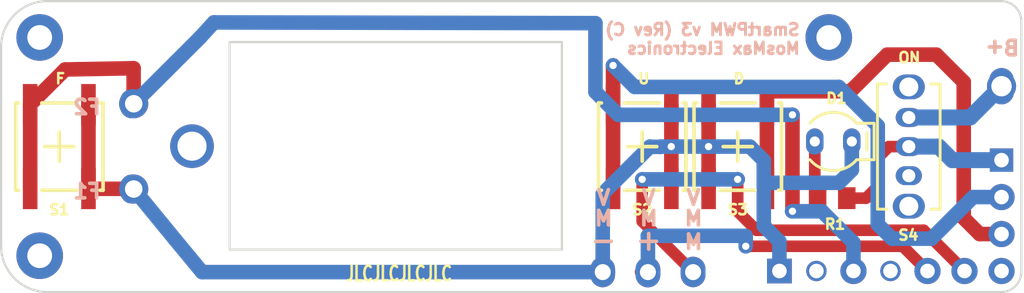
<source format=kicad_pcb>
(kicad_pcb (version 20171130) (host pcbnew "(5.1.0-rc1-70-gd15876595)")

  (general
    (thickness 1.6)
    (drawings 41)
    (tracks 104)
    (zones 0)
    (modules 17)
    (nets 10)
  )

  (page A4)
  (layers
    (0 Top signal)
    (31 Bottom signal)
    (32 B.Adhes user)
    (33 F.Adhes user)
    (34 B.Paste user)
    (35 F.Paste user)
    (36 B.SilkS user)
    (37 F.SilkS user)
    (38 B.Mask user)
    (39 F.Mask user hide)
    (40 Dwgs.User user)
    (41 Cmts.User user)
    (42 Eco1.User user)
    (43 Eco2.User user)
    (44 Edge.Cuts user)
    (45 Margin user)
    (46 B.CrtYd user hide)
    (47 F.CrtYd user hide)
    (48 B.Fab user)
    (49 F.Fab user hide)
  )

  (setup
    (last_trace_width 1)
    (user_trace_width 0.6)
    (user_trace_width 0.8)
    (user_trace_width 1)
    (user_trace_width 1.2)
    (trace_clearance 0.2)
    (zone_clearance 0.508)
    (zone_45_only no)
    (trace_min 0.2)
    (via_size 0.8)
    (via_drill 0.4)
    (via_min_size 0.4)
    (via_min_drill 0.3)
    (uvia_size 0.3)
    (uvia_drill 0.1)
    (uvias_allowed no)
    (uvia_min_size 0.2)
    (uvia_min_drill 0.1)
    (edge_width 0.05)
    (segment_width 0.2)
    (pcb_text_width 0.3)
    (pcb_text_size 1.5 1.5)
    (mod_edge_width 0.12)
    (mod_text_size 1 1)
    (mod_text_width 0.15)
    (pad_size 2.8 1)
    (pad_drill 0)
    (pad_to_mask_clearance 0.051)
    (solder_mask_min_width 0.25)
    (aux_axis_origin 0 0)
    (visible_elements 7FFDFF7F)
    (pcbplotparams
      (layerselection 0x010fc_ffffffff)
      (usegerberextensions false)
      (usegerberattributes false)
      (usegerberadvancedattributes true)
      (creategerberjobfile false)
      (excludeedgelayer false)
      (linewidth 0.150000)
      (plotframeref false)
      (viasonmask false)
      (mode 1)
      (useauxorigin true)
      (hpglpennumber 1)
      (hpglpenspeed 20)
      (hpglpendiameter 15.000000)
      (psnegative false)
      (psa4output false)
      (plotreference true)
      (plotvalue true)
      (plotinvisibletext false)
      (padsonsilk true)
      (subtractmaskfromsilk false)
      (outputformat 1)
      (mirror false)
      (drillshape 0)
      (scaleselection 1)
      (outputdirectory "Gerber/"))
  )

  (net 0 "")
  (net 1 BAT+)
  (net 2 DOWN)
  (net 3 FIRE_SW)
  (net 4 GND)
  (net 5 LED+)
  (net 6 UP)
  (net 7 VIN)
  (net 8 VM+)
  (net 9 VM_Meaure)

  (net_class Default "This is the default net class."
    (clearance 0.2)
    (trace_width 1)
    (via_dia 0.8)
    (via_drill 0.4)
    (uvia_dia 0.3)
    (uvia_drill 0.1)
    (add_net BAT+)
    (add_net DOWN)
    (add_net FIRE_SW)
    (add_net GND)
    (add_net LED+)
    (add_net UP)
    (add_net VIN)
    (add_net VM+)
    (add_net VM_Meaure)
  )

  (module spwm3.3:KSC641JLFS (layer Top) (tedit 5C840C86) (tstamp 5C8458F9)
    (at 117.497 105.003567 270)
    (fp_text reference S1 (at 0 0 270) (layer F.SilkS) hide
      (effects (font (size 1.27 1.27) (thickness 0.15)))
    )
    (fp_text value Fire (at 0 0 270) (layer F.SilkS) hide
      (effects (font (size 1.27 1.27) (thickness 0.15)))
    )
    (fp_line (start -1 0) (end 1 0) (layer F.SilkS) (width 0.25))
    (fp_line (start 0 -1) (end 0 1) (layer F.SilkS) (width 0.25))
    (fp_line (start 3 3) (end 3 2.8) (layer F.SilkS) (width 0.25))
    (fp_line (start -3 3) (end -3 2.8) (layer F.SilkS) (width 0.25))
    (fp_line (start 3 -3) (end 3 -2.8) (layer F.SilkS) (width 0.25))
    (fp_line (start 3 -1.2) (end 3 1.2) (layer F.SilkS) (width 0.25))
    (fp_line (start -3 -1.2) (end -3 1.2) (layer F.SilkS) (width 0.25))
    (fp_line (start -3 3) (end 3 3) (layer F.SilkS) (width 0.25))
    (fp_line (start -3 -3) (end 3 -3) (layer F.SilkS) (width 0.25))
    (fp_line (start -3 -3) (end -3 -2.8) (layer F.SilkS) (width 0.25))
    (pad 4 smd rect (at 2.9 2 270) (size 2.8 1) (layers Top F.Paste F.Mask)
      (net 3 FIRE_SW) (solder_paste_margin -0.1016) (zone_connect 2))
    (pad 3 smd rect (at -2.9 2 270) (size 2.8 1) (layers Top F.Paste F.Mask)
      (net 3 FIRE_SW) (solder_paste_margin -0.1016) (zone_connect 2))
    (pad 2 smd rect (at 2.9 -2 270) (size 2.8 1) (layers Top F.Paste F.Mask)
      (net 4 GND) (solder_paste_margin -0.1016) (zone_connect 2))
    (pad 1 smd rect (at -2.9 -2 270) (size 2.8 1) (layers Top F.Paste F.Mask)
      (net 4 GND) (solder_paste_margin -0.1016) (zone_connect 2))
  )

  (module vm-moved:SmartPWM_V3 (layer Top) (tedit 5C7A73E9) (tstamp 5C7A3743)
    (at 174.5557 109.733967)
    (fp_text reference U1 (at 0 0) (layer F.SilkS) hide
      (effects (font (size 1.27 1.27) (thickness 0.15)))
    )
    (fp_text value "SMARTPWM V3" (at 0 0) (layer F.SilkS) hide
      (effects (font (size 1.27 1.27) (thickness 0.15)))
    )
    (fp_poly (pts (xy 8.609 -4.702) (xy 6.562 -4.702) (xy 6.562 -2.899) (xy 8.609 -2.899)) (layer B.Mask) (width 0))
    (fp_poly (pts (xy 8.609 -4.702) (xy 6.562 -4.702) (xy 6.562 -2.899) (xy 8.609 -2.899)) (layer F.Mask) (width 0))
    (pad 8 thru_hole circle (at 5.045 3.82) (size 1.8 1.8) (drill 1) (layers *.Cu *.Mask)
      (net 9 VM_Meaure) (zone_connect 2))
    (pad 12 thru_hole rect (at 7.585 -3.8 90.00777615) (size 1.6 1.6) (drill 1) (layers *.Cu *.Mask)
      (net 7 VIN) (solder_mask_margin 0.1016) (zone_connect 2))
    (pad 11 thru_hole circle (at 7.585 -1.26) (size 1.8 1.8) (drill 1) (layers *.Cu *.Mask)
      (net 6 UP) (zone_connect 2))
    (pad 10 thru_hole circle (at 7.585 1.28) (size 1.8 1.8) (drill 1) (layers *.Cu *.Mask)
      (net 2 DOWN) (zone_connect 2))
    (pad 9 thru_hole circle (at 7.585 3.82) (size 1.8 1.8) (drill 1) (layers *.Cu *.Mask)
      (zone_connect 2))
    (pad 7 thru_hole circle (at 2.505 3.82) (size 1.8 1.8) (drill 1) (layers *.Cu *.Mask)
      (net 8 VM+) (zone_connect 2))
    (pad 6 thru_hole circle (at -0.035 3.82) (size 1.4 1.4) (drill 1) (layers *.Cu *.Mask)
      (zone_connect 2))
    (pad 5 thru_hole circle (at -2.575 3.82) (size 1.8 1.8) (drill 1) (layers *.Cu *.Mask)
      (net 3 FIRE_SW) (zone_connect 2))
    (pad 4 thru_hole circle (at -5.115 3.82) (size 1.4 1.4) (drill 1) (layers *.Cu *.Mask)
      (zone_connect 2))
    (pad 3 thru_hole rect (at -7.655 3.82) (size 1.7 1.7) (drill 1) (layers *.Cu *.Mask)
      (net 4 GND) (zone_connect 2))
  )

  (module vm-moved:SSL-LX40FT3ID (layer Top) (tedit 0) (tstamp 5C7A36AE)
    (at 170.5991 104.6536)
    (fp_text reference D1 (at 0 0) (layer F.SilkS) hide
      (effects (font (size 1.27 1.27) (thickness 0.15)))
    )
    (fp_text value "LED ON" (at 0 0) (layer F.SilkS) hide
      (effects (font (size 1.27 1.27) (thickness 0.15)))
    )
    (fp_line (start 2.3 -0.6) (end 2.3 0.6) (layer F.SilkS) (width 0.2))
    (fp_line (start 2.8 1.25) (end 1.6 1.25) (layer F.SilkS) (width 0.2))
    (fp_arc (start 0 -0.081591) (end -1.6 1.25) (angle -100.462532) (layer F.SilkS) (width 0.2))
    (fp_arc (start 0 0.081591) (end 1.6 -1.25) (angle -100.462532) (layer F.SilkS) (width 0.2))
    (fp_line (start 2.8 -1.25) (end 2.8 1.25) (layer F.SilkS) (width 0.2))
    (fp_line (start 2.8 -1.25) (end 1.6 -1.25) (layer F.SilkS) (width 0.2))
    (fp_poly (pts (xy -1.972 0.3) (xy -1.963 0.41) (xy -1.938 0.517) (xy -1.895 0.619)
      (xy -1.838 0.713) (xy -1.766 0.796) (xy -1.683 0.868) (xy -1.589 0.925)
      (xy -1.487 0.968) (xy -1.38 0.993) (xy -1.27 1.002) (xy -1.16 0.993)
      (xy -1.053 0.968) (xy -0.951 0.925) (xy -0.857 0.868) (xy -0.774 0.796)
      (xy -0.702 0.713) (xy -0.645 0.619) (xy -0.602 0.517) (xy -0.577 0.41)
      (xy -0.568 0.3) (xy -0.568 -0.3) (xy -0.577 -0.41) (xy -0.602 -0.517)
      (xy -0.645 -0.619) (xy -0.702 -0.713) (xy -0.774 -0.796) (xy -0.857 -0.868)
      (xy -0.951 -0.925) (xy -1.053 -0.968) (xy -1.16 -0.993) (xy -1.27 -1.002)
      (xy -1.38 -0.993) (xy -1.487 -0.968) (xy -1.589 -0.925) (xy -1.683 -0.868)
      (xy -1.766 -0.796) (xy -1.838 -0.713) (xy -1.895 -0.619) (xy -1.938 -0.517)
      (xy -1.963 -0.41) (xy -1.972 -0.3)) (layer F.Mask) (width 0))
    (fp_poly (pts (xy -1.972 0.3) (xy -1.963 0.41) (xy -1.938 0.517) (xy -1.895 0.619)
      (xy -1.838 0.713) (xy -1.766 0.796) (xy -1.683 0.868) (xy -1.589 0.925)
      (xy -1.487 0.968) (xy -1.38 0.993) (xy -1.27 1.002) (xy -1.16 0.993)
      (xy -1.053 0.968) (xy -0.951 0.925) (xy -0.857 0.868) (xy -0.774 0.796)
      (xy -0.702 0.713) (xy -0.645 0.619) (xy -0.602 0.517) (xy -0.577 0.41)
      (xy -0.568 0.3) (xy -0.568 -0.3) (xy -0.577 -0.41) (xy -0.602 -0.517)
      (xy -0.645 -0.619) (xy -0.702 -0.713) (xy -0.774 -0.796) (xy -0.857 -0.868)
      (xy -0.951 -0.925) (xy -1.053 -0.968) (xy -1.16 -0.993) (xy -1.27 -1.002)
      (xy -1.38 -0.993) (xy -1.487 -0.968) (xy -1.589 -0.925) (xy -1.683 -0.868)
      (xy -1.766 -0.796) (xy -1.838 -0.713) (xy -1.895 -0.619) (xy -1.938 -0.517)
      (xy -1.963 -0.41) (xy -1.972 -0.3)) (layer B.Mask) (width 0))
    (fp_poly (pts (xy -0.671 -0.3) (xy -0.678 -0.394) (xy -0.7 -0.485) (xy -0.736 -0.572)
      (xy -0.785 -0.652) (xy -0.846 -0.724) (xy -0.918 -0.785) (xy -0.998 -0.834)
      (xy -1.085 -0.87) (xy -1.176 -0.892) (xy -1.27 -0.899) (xy -1.364 -0.892)
      (xy -1.455 -0.87) (xy -1.542 -0.834) (xy -1.622 -0.785) (xy -1.694 -0.724)
      (xy -1.755 -0.652) (xy -1.804 -0.572) (xy -1.84 -0.485) (xy -1.862 -0.394)
      (xy -1.869 -0.3) (xy -1.869 0.3) (xy -1.862 0.394) (xy -1.84 0.485)
      (xy -1.804 0.572) (xy -1.755 0.652) (xy -1.694 0.724) (xy -1.622 0.785)
      (xy -1.542 0.834) (xy -1.455 0.87) (xy -1.364 0.892) (xy -1.27 0.899)
      (xy -1.176 0.892) (xy -1.085 0.87) (xy -0.998 0.834) (xy -0.918 0.785)
      (xy -0.846 0.724) (xy -0.785 0.652) (xy -0.736 0.572) (xy -0.7 0.485)
      (xy -0.678 0.394) (xy -0.671 0.3)) (layer Bottom) (width 0))
    (fp_poly (pts (xy -0.671 -0.3) (xy -0.678 -0.394) (xy -0.7 -0.485) (xy -0.736 -0.572)
      (xy -0.785 -0.652) (xy -0.846 -0.724) (xy -0.918 -0.785) (xy -0.998 -0.834)
      (xy -1.085 -0.87) (xy -1.176 -0.892) (xy -1.27 -0.899) (xy -1.364 -0.892)
      (xy -1.455 -0.87) (xy -1.542 -0.834) (xy -1.622 -0.785) (xy -1.694 -0.724)
      (xy -1.755 -0.652) (xy -1.804 -0.572) (xy -1.84 -0.485) (xy -1.862 -0.394)
      (xy -1.869 -0.3) (xy -1.869 0.3) (xy -1.862 0.394) (xy -1.84 0.485)
      (xy -1.804 0.572) (xy -1.755 0.652) (xy -1.694 0.724) (xy -1.622 0.785)
      (xy -1.542 0.834) (xy -1.455 0.87) (xy -1.364 0.892) (xy -1.27 0.899)
      (xy -1.176 0.892) (xy -1.085 0.87) (xy -0.998 0.834) (xy -0.918 0.785)
      (xy -0.846 0.724) (xy -0.785 0.652) (xy -0.736 0.572) (xy -0.7 0.485)
      (xy -0.678 0.394) (xy -0.671 0.3)) (layer Top) (width 0))
    (fp_poly (pts (xy 0.568 0.3) (xy 0.577 0.41) (xy 0.602 0.517) (xy 0.645 0.619)
      (xy 0.702 0.713) (xy 0.774 0.796) (xy 0.857 0.868) (xy 0.951 0.925)
      (xy 1.053 0.968) (xy 1.16 0.993) (xy 1.27 1.002) (xy 1.38 0.993)
      (xy 1.487 0.968) (xy 1.589 0.925) (xy 1.683 0.868) (xy 1.766 0.796)
      (xy 1.838 0.713) (xy 1.895 0.619) (xy 1.938 0.517) (xy 1.963 0.41)
      (xy 1.972 0.3) (xy 1.972 -0.3) (xy 1.963 -0.41) (xy 1.938 -0.517)
      (xy 1.895 -0.619) (xy 1.838 -0.713) (xy 1.766 -0.796) (xy 1.683 -0.868)
      (xy 1.589 -0.925) (xy 1.487 -0.968) (xy 1.38 -0.993) (xy 1.27 -1.002)
      (xy 1.16 -0.993) (xy 1.053 -0.968) (xy 0.951 -0.925) (xy 0.857 -0.868)
      (xy 0.774 -0.796) (xy 0.702 -0.713) (xy 0.645 -0.619) (xy 0.602 -0.517)
      (xy 0.577 -0.41) (xy 0.568 -0.3)) (layer F.Mask) (width 0))
    (fp_poly (pts (xy 0.568 0.3) (xy 0.577 0.41) (xy 0.602 0.517) (xy 0.645 0.619)
      (xy 0.702 0.713) (xy 0.774 0.796) (xy 0.857 0.868) (xy 0.951 0.925)
      (xy 1.053 0.968) (xy 1.16 0.993) (xy 1.27 1.002) (xy 1.38 0.993)
      (xy 1.487 0.968) (xy 1.589 0.925) (xy 1.683 0.868) (xy 1.766 0.796)
      (xy 1.838 0.713) (xy 1.895 0.619) (xy 1.938 0.517) (xy 1.963 0.41)
      (xy 1.972 0.3) (xy 1.972 -0.3) (xy 1.963 -0.41) (xy 1.938 -0.517)
      (xy 1.895 -0.619) (xy 1.838 -0.713) (xy 1.766 -0.796) (xy 1.683 -0.868)
      (xy 1.589 -0.925) (xy 1.487 -0.968) (xy 1.38 -0.993) (xy 1.27 -1.002)
      (xy 1.16 -0.993) (xy 1.053 -0.968) (xy 0.951 -0.925) (xy 0.857 -0.868)
      (xy 0.774 -0.796) (xy 0.702 -0.713) (xy 0.645 -0.619) (xy 0.602 -0.517)
      (xy 0.577 -0.41) (xy 0.568 -0.3)) (layer B.Mask) (width 0))
    (fp_poly (pts (xy 1.869 -0.3) (xy 1.862 -0.394) (xy 1.84 -0.485) (xy 1.804 -0.572)
      (xy 1.755 -0.652) (xy 1.694 -0.724) (xy 1.622 -0.785) (xy 1.542 -0.834)
      (xy 1.455 -0.87) (xy 1.364 -0.892) (xy 1.27 -0.899) (xy 1.176 -0.892)
      (xy 1.085 -0.87) (xy 0.998 -0.834) (xy 0.918 -0.785) (xy 0.846 -0.724)
      (xy 0.785 -0.652) (xy 0.736 -0.572) (xy 0.7 -0.485) (xy 0.678 -0.394)
      (xy 0.671 -0.3) (xy 0.671 0.3) (xy 0.678 0.394) (xy 0.7 0.485)
      (xy 0.736 0.572) (xy 0.785 0.652) (xy 0.846 0.724) (xy 0.918 0.785)
      (xy 0.998 0.834) (xy 1.085 0.87) (xy 1.176 0.892) (xy 1.27 0.899)
      (xy 1.364 0.892) (xy 1.455 0.87) (xy 1.542 0.834) (xy 1.622 0.785)
      (xy 1.694 0.724) (xy 1.755 0.652) (xy 1.804 0.572) (xy 1.84 0.485)
      (xy 1.862 0.394) (xy 1.869 0.3)) (layer Bottom) (width 0))
    (fp_poly (pts (xy 1.869 -0.3) (xy 1.862 -0.394) (xy 1.84 -0.485) (xy 1.804 -0.572)
      (xy 1.755 -0.652) (xy 1.694 -0.724) (xy 1.622 -0.785) (xy 1.542 -0.834)
      (xy 1.455 -0.87) (xy 1.364 -0.892) (xy 1.27 -0.899) (xy 1.176 -0.892)
      (xy 1.085 -0.87) (xy 0.998 -0.834) (xy 0.918 -0.785) (xy 0.846 -0.724)
      (xy 0.785 -0.652) (xy 0.736 -0.572) (xy 0.7 -0.485) (xy 0.678 -0.394)
      (xy 0.671 -0.3) (xy 0.671 0.3) (xy 0.678 0.394) (xy 0.7 0.485)
      (xy 0.736 0.572) (xy 0.785 0.652) (xy 0.846 0.724) (xy 0.918 0.785)
      (xy 0.998 0.834) (xy 1.085 0.87) (xy 1.176 0.892) (xy 1.27 0.899)
      (xy 1.364 0.892) (xy 1.455 0.87) (xy 1.542 0.834) (xy 1.622 0.785)
      (xy 1.694 0.724) (xy 1.755 0.652) (xy 1.804 0.572) (xy 1.84 0.485)
      (xy 1.862 0.394) (xy 1.869 0.3)) (layer Top) (width 0))
    (pad 2 thru_hole circle (at -1.27 0 90) (size 1.2 1.2) (drill 0.7) (layers *.Cu *.Mask)
      (net 5 LED+) (solder_mask_margin 0.1016) (zone_connect 2))
    (pad 1 thru_hole circle (at 1.27 0 90) (size 1.2 1.2) (drill 0.7) (layers *.Cu *.Mask)
      (net 4 GND) (solder_mask_margin 0.1016) (zone_connect 2))
  )

  (module vm-moved:Pad (layer Top) (tedit 5C7D39C7) (tstamp 5C7A36C1)
    (at 127.3 104.975 90)
    (fp_text reference Pad1 (at 0 0 90) (layer F.SilkS) hide
      (effects (font (size 1.27 1.27) (thickness 0.15)))
    )
    (fp_text value PAD (at 0 0 90) (layer F.SilkS) hide
      (effects (font (size 1.27 1.27) (thickness 0.15)))
    )
    (pad 1 thru_hole circle (at 0 -0.7 90) (size 3 3) (drill 2) (layers *.Cu *.Mask)
      (zone_connect 2))
  )

  (module vm-moved:Pad (layer Top) (tedit 0) (tstamp 5C7A36C5)
    (at 170.2891 97.5036 90)
    (fp_text reference Pad3 (at 0 0 90) (layer F.SilkS) hide
      (effects (font (size 1.27 1.27) (thickness 0.15)))
    )
    (fp_text value PAD (at 0 0 90) (layer F.SilkS) hide
      (effects (font (size 1.27 1.27) (thickness 0.15)))
    )
    (pad 1 thru_hole circle (at 0 0 90) (size 3.2 3.2) (drill 1.7) (layers *.Cu *.Mask)
      (zone_connect 2))
  )

  (module vm-moved:Pad_Pad4 (layer Top) (tedit 5C7D2025) (tstamp 5C7A36C9)
    (at 122.47 102.06)
    (fp_text reference Pad4 (at 0 0) (layer F.SilkS) hide
      (effects (font (size 1.27 1.27) (thickness 0.15)))
    )
    (fp_text value PAD (at 0 0) (layer F.SilkS) hide
      (effects (font (size 1.27 1.27) (thickness 0.15)))
    )
    (fp_poly (pts (xy -0.902 0.2) (xy -0.891 0.341) (xy -0.858 0.479) (xy -0.804 0.609)
      (xy -0.73 0.73) (xy -0.638 0.838) (xy -0.53 0.93) (xy -0.409 1.004)
      (xy -0.279 1.058) (xy -0.141 1.091) (xy 0 1.102) (xy 0.141 1.091)
      (xy 0.279 1.058) (xy 0.409 1.004) (xy 0.53 0.93) (xy 0.638 0.838)
      (xy 0.73 0.73) (xy 0.804 0.609) (xy 0.858 0.479) (xy 0.891 0.341)
      (xy 0.902 0.2) (xy 0.902 -0.2) (xy 0.891 -0.341) (xy 0.858 -0.479)
      (xy 0.804 -0.609) (xy 0.73 -0.73) (xy 0.638 -0.838) (xy 0.53 -0.93)
      (xy 0.409 -1.004) (xy 0.279 -1.058) (xy 0.141 -1.091) (xy 0 -1.102)
      (xy -0.141 -1.091) (xy -0.279 -1.058) (xy -0.409 -1.004) (xy -0.53 -0.93)
      (xy -0.638 -0.838) (xy -0.73 -0.73) (xy -0.804 -0.609) (xy -0.858 -0.479)
      (xy -0.891 -0.341) (xy -0.902 -0.2)) (layer F.Mask) (width 0))
    (fp_poly (pts (xy -0.902 0.2) (xy -0.891 0.341) (xy -0.858 0.479) (xy -0.804 0.609)
      (xy -0.73 0.73) (xy -0.638 0.838) (xy -0.53 0.93) (xy -0.409 1.004)
      (xy -0.279 1.058) (xy -0.141 1.091) (xy 0 1.102) (xy 0.141 1.091)
      (xy 0.279 1.058) (xy 0.409 1.004) (xy 0.53 0.93) (xy 0.638 0.838)
      (xy 0.73 0.73) (xy 0.804 0.609) (xy 0.858 0.479) (xy 0.891 0.341)
      (xy 0.902 0.2) (xy 0.902 -0.2) (xy 0.891 -0.341) (xy 0.858 -0.479)
      (xy 0.804 -0.609) (xy 0.73 -0.73) (xy 0.638 -0.838) (xy 0.53 -0.93)
      (xy 0.409 -1.004) (xy 0.279 -1.058) (xy 0.141 -1.091) (xy 0 -1.102)
      (xy -0.141 -1.091) (xy -0.279 -1.058) (xy -0.409 -1.004) (xy -0.53 -0.93)
      (xy -0.638 -0.838) (xy -0.73 -0.73) (xy -0.804 -0.609) (xy -0.858 -0.479)
      (xy -0.891 -0.341) (xy -0.902 -0.2)) (layer B.Mask) (width 0))
    (fp_poly (pts (xy 0.799 -0.2) (xy 0.789 -0.325) (xy 0.76 -0.447) (xy 0.712 -0.563)
      (xy 0.646 -0.67) (xy 0.565 -0.765) (xy 0.47 -0.846) (xy 0.363 -0.912)
      (xy 0.247 -0.96) (xy 0.125 -0.989) (xy 0 -0.999) (xy -0.125 -0.989)
      (xy -0.247 -0.96) (xy -0.363 -0.912) (xy -0.47 -0.846) (xy -0.565 -0.765)
      (xy -0.646 -0.67) (xy -0.712 -0.563) (xy -0.76 -0.447) (xy -0.789 -0.325)
      (xy -0.799 -0.2) (xy -0.799 0.2) (xy -0.789 0.325) (xy -0.76 0.447)
      (xy -0.712 0.563) (xy -0.646 0.67) (xy -0.565 0.765) (xy -0.47 0.846)
      (xy -0.363 0.912) (xy -0.247 0.96) (xy -0.125 0.989) (xy 0 0.999)
      (xy 0.125 0.989) (xy 0.247 0.96) (xy 0.363 0.912) (xy 0.47 0.846)
      (xy 0.565 0.765) (xy 0.646 0.67) (xy 0.712 0.563) (xy 0.76 0.447)
      (xy 0.789 0.325) (xy 0.799 0.2)) (layer Bottom) (width 0))
    (fp_poly (pts (xy 0.799 -0.2) (xy 0.789 -0.325) (xy 0.76 -0.447) (xy 0.712 -0.563)
      (xy 0.646 -0.67) (xy 0.565 -0.765) (xy 0.47 -0.846) (xy 0.363 -0.912)
      (xy 0.247 -0.96) (xy 0.125 -0.989) (xy 0 -0.999) (xy -0.125 -0.989)
      (xy -0.247 -0.96) (xy -0.363 -0.912) (xy -0.47 -0.846) (xy -0.565 -0.765)
      (xy -0.646 -0.67) (xy -0.712 -0.563) (xy -0.76 -0.447) (xy -0.789 -0.325)
      (xy -0.799 -0.2) (xy -0.799 0.2) (xy -0.789 0.325) (xy -0.76 0.447)
      (xy -0.712 0.563) (xy -0.646 0.67) (xy -0.565 0.765) (xy -0.47 0.846)
      (xy -0.363 0.912) (xy -0.247 0.96) (xy -0.125 0.989) (xy 0 0.999)
      (xy 0.125 0.989) (xy 0.247 0.96) (xy 0.363 0.912) (xy 0.47 0.846)
      (xy 0.565 0.765) (xy 0.646 0.67) (xy 0.712 0.563) (xy 0.76 0.447)
      (xy 0.789 0.325) (xy 0.799 0.2)) (layer Top) (width 0))
    (pad 1 thru_hole circle (at 0.13 0 90) (size 2 2) (drill 1.2) (layers *.Cu *.Mask)
      (net 3 FIRE_SW) (solder_mask_margin 0.1016) (zone_connect 2))
  )

  (module vm-moved:Pad (layer Top) (tedit 0) (tstamp 5C7A36D1)
    (at 116.1491 112.5036 90)
    (fp_text reference Pad5 (at 0 0 90) (layer F.SilkS) hide
      (effects (font (size 1.27 1.27) (thickness 0.15)))
    )
    (fp_text value PAD (at 0 0 90) (layer F.SilkS) hide
      (effects (font (size 1.27 1.27) (thickness 0.15)))
    )
    (pad 1 thru_hole circle (at 0 0 90) (size 3.2 3.2) (drill 1.7) (layers *.Cu *.Mask)
      (zone_connect 2))
  )

  (module vm-moved:Pad (layer Top) (tedit 0) (tstamp 5C7A36D5)
    (at 116.1491 97.5036 90)
    (fp_text reference Pad6 (at 0 0 90) (layer F.SilkS) hide
      (effects (font (size 1.27 1.27) (thickness 0.15)))
    )
    (fp_text value PAD (at 0 0 90) (layer F.SilkS) hide
      (effects (font (size 1.27 1.27) (thickness 0.15)))
    )
    (pad 1 thru_hole circle (at 0 0 90) (size 3.2 3.2) (drill 1.7) (layers *.Cu *.Mask)
      (zone_connect 2))
  )

  (module vm-moved:Pad_Pad7 (layer Top) (tedit 5C7D2B27) (tstamp 5C7D2A7B)
    (at 122.42 107.92)
    (fp_text reference Pad7 (at 0 0) (layer F.SilkS) hide
      (effects (font (size 1.27 1.27) (thickness 0.15)))
    )
    (fp_text value PAD (at 0 0) (layer F.SilkS) hide
      (effects (font (size 1.27 1.27) (thickness 0.15)))
    )
    (fp_poly (pts (xy 0.902 0) (xy 0.858 -0.341) (xy 0.73 -0.648) (xy 0.53 -0.892)
      (xy 0.279 -1.048) (xy 0 -1.102) (xy -0.279 -1.048) (xy -0.53 -0.892)
      (xy -0.73 -0.648) (xy -0.858 -0.341) (xy -0.902 0) (xy -0.858 0.341)
      (xy -0.73 0.648) (xy -0.53 0.892) (xy -0.279 1.048) (xy 0 1.102)
      (xy 0.279 1.048) (xy 0.53 0.892) (xy 0.73 0.648) (xy 0.858 0.341)) (layer F.Mask) (width 0))
    (fp_poly (pts (xy 0.902 0) (xy 0.858 -0.341) (xy 0.73 -0.648) (xy 0.53 -0.892)
      (xy 0.279 -1.048) (xy 0 -1.102) (xy -0.279 -1.048) (xy -0.53 -0.892)
      (xy -0.73 -0.648) (xy -0.858 -0.341) (xy -0.902 0) (xy -0.858 0.341)
      (xy -0.73 0.648) (xy -0.53 0.892) (xy -0.279 1.048) (xy 0 1.102)
      (xy 0.279 1.048) (xy 0.53 0.892) (xy 0.73 0.648) (xy 0.858 0.341)) (layer B.Mask) (width 0))
    (fp_poly (pts (xy 0.799 0) (xy 0.76 -0.309) (xy 0.646 -0.587) (xy 0.47 -0.808)
      (xy 0.247 -0.95) (xy 0 -0.999) (xy -0.247 -0.95) (xy -0.47 -0.808)
      (xy -0.646 -0.587) (xy -0.76 -0.309) (xy -0.799 0) (xy -0.76 0.309)
      (xy -0.646 0.587) (xy -0.47 0.808) (xy -0.247 0.95) (xy 0 0.999)
      (xy 0.247 0.95) (xy 0.47 0.808) (xy 0.646 0.587) (xy 0.76 0.309)) (layer Bottom) (width 0))
    (fp_poly (pts (xy 0.799 0) (xy 0.76 -0.309) (xy 0.646 -0.587) (xy 0.47 -0.808)
      (xy 0.247 -0.95) (xy 0 -0.999) (xy -0.247 -0.95) (xy -0.47 -0.808)
      (xy -0.646 -0.587) (xy -0.76 -0.309) (xy -0.799 0) (xy -0.76 0.309)
      (xy -0.646 0.587) (xy -0.47 0.808) (xy -0.247 0.95) (xy 0 0.999)
      (xy 0.247 0.95) (xy 0.47 0.808) (xy 0.646 0.587) (xy 0.76 0.309)) (layer Top) (width 0))
    (pad 1 thru_hole circle (at 0.18 0) (size 2 2) (drill 1.2) (layers *.Cu *.Mask)
      (net 4 GND) (solder_mask_margin 0.1016) (zone_connect 2))
  )

  (module vm-moved:RES_0805edit (layer Top) (tedit 0) (tstamp 5C7A36E9)
    (at 170.5241 108.5486)
    (fp_text reference R1 (at 0 0) (layer F.SilkS) hide
      (effects (font (size 1.27 1.27) (thickness 0.15)))
    )
    (fp_text value "RES D1 CURRENT LIMIT" (at 0 0) (layer F.SilkS) hide
      (effects (font (size 1.27 1.27) (thickness 0.15)))
    )
    (pad 2 smd rect (at 1 0 90) (size 1.5 1.2) (layers Top F.Paste F.Mask)
      (net 7 VIN) (solder_paste_margin -0.1016) (zone_connect 2))
    (pad 1 smd rect (at -1 0 90) (size 1.5 1.2) (layers Top F.Paste F.Mask)
      (net 5 LED+) (solder_paste_margin -0.1016) (zone_connect 2))
  )

  (module vm-moved:KSC641JLFS (layer Top) (tedit 0) (tstamp 5C7A36FF)
    (at 157.4885 105.003567 270)
    (fp_text reference S2 (at 0 0 270) (layer F.SilkS) hide
      (effects (font (size 1.27 1.27) (thickness 0.15)) (justify right top))
    )
    (fp_text value Up (at 0 0 270) (layer F.SilkS) hide
      (effects (font (size 1.27 1.27) (thickness 0.15)) (justify right top))
    )
    (fp_line (start -1 0) (end 1 0) (layer F.SilkS) (width 0.25))
    (fp_line (start 0 -1) (end 0 1) (layer F.SilkS) (width 0.25))
    (fp_line (start 3 3) (end 3 2.8) (layer F.SilkS) (width 0.25))
    (fp_line (start -3 3) (end -3 2.8) (layer F.SilkS) (width 0.25))
    (fp_line (start 3 -3) (end 3 -2.8) (layer F.SilkS) (width 0.25))
    (fp_line (start 3 -1.2) (end 3 1.2) (layer F.SilkS) (width 0.25))
    (fp_line (start -3 -1.2) (end -3 1.2) (layer F.SilkS) (width 0.25))
    (fp_line (start -3 3) (end 3 3) (layer F.SilkS) (width 0.25))
    (fp_line (start -3 -3) (end 3 -3) (layer F.SilkS) (width 0.25))
    (fp_line (start -3 -3) (end -3 -2.8) (layer F.SilkS) (width 0.25))
    (pad 4 smd rect (at 2.9 2 270) (size 2.8 1) (layers Top F.Paste F.Mask)
      (net 6 UP) (solder_paste_margin -0.1016) (zone_connect 2))
    (pad 3 smd rect (at -2.9 2 270) (size 2.8 1) (layers Top F.Paste F.Mask)
      (net 6 UP) (solder_paste_margin -0.1016) (zone_connect 2))
    (pad 2 smd rect (at 2.9 -2 270) (size 2.8 1) (layers Top F.Paste F.Mask)
      (net 4 GND) (solder_paste_margin -0.1016) (zone_connect 2))
    (pad 1 smd rect (at -2.9 -2 270) (size 2.8 1) (layers Top F.Paste F.Mask)
      (net 4 GND) (solder_paste_margin -0.1016) (zone_connect 2))
  )

  (module vm-moved:KSC641JLFS (layer Top) (tedit 0) (tstamp 5C7A3710)
    (at 164.043 105.003567 90)
    (fp_text reference S3 (at 0 0 90) (layer F.SilkS) hide
      (effects (font (size 1.27 1.27) (thickness 0.15)))
    )
    (fp_text value Down (at 0 0 90) (layer F.SilkS) hide
      (effects (font (size 1.27 1.27) (thickness 0.15)))
    )
    (fp_line (start -1 0) (end 1 0) (layer F.SilkS) (width 0.25))
    (fp_line (start 0 -1) (end 0 1) (layer F.SilkS) (width 0.25))
    (fp_line (start 3 3) (end 3 2.8) (layer F.SilkS) (width 0.25))
    (fp_line (start -3 3) (end -3 2.8) (layer F.SilkS) (width 0.25))
    (fp_line (start 3 -3) (end 3 -2.8) (layer F.SilkS) (width 0.25))
    (fp_line (start 3 -1.2) (end 3 1.2) (layer F.SilkS) (width 0.25))
    (fp_line (start -3 -1.2) (end -3 1.2) (layer F.SilkS) (width 0.25))
    (fp_line (start -3 3) (end 3 3) (layer F.SilkS) (width 0.25))
    (fp_line (start -3 -3) (end 3 -3) (layer F.SilkS) (width 0.25))
    (fp_line (start -3 -3) (end -3 -2.8) (layer F.SilkS) (width 0.25))
    (pad 4 smd rect (at 2.9 2 90) (size 2.8 1) (layers Top F.Paste F.Mask)
      (net 2 DOWN) (solder_paste_margin -0.1016) (zone_connect 2))
    (pad 3 smd rect (at -2.9 2 90) (size 2.8 1) (layers Top F.Paste F.Mask)
      (net 2 DOWN) (solder_paste_margin -0.1016) (zone_connect 2))
    (pad 2 smd rect (at 2.9 -2 90) (size 2.8 1) (layers Top F.Paste F.Mask)
      (net 4 GND) (solder_paste_margin -0.1016) (zone_connect 2))
    (pad 1 smd rect (at -2.9 -2 90) (size 2.8 1) (layers Top F.Paste F.Mask)
      (net 4 GND) (solder_paste_margin -0.1016) (zone_connect 2))
  )

  (module vm-moved:SS-12D07-VG4NSGAPA (layer Top) (tedit 0) (tstamp 5C7A3721)
    (at 175.7791 105.0036 270)
    (descr "Description: Switch\n: SPDT\n: Normally Closed")
    (fp_text reference S4 (at 0 0 270) (layer F.SilkS) hide
      (effects (font (size 1.27 1.27) (thickness 0.15)) (justify right top))
    )
    (fp_text value Off-On (at 0 0 270) (layer F.SilkS) hide
      (effects (font (size 1.27 1.27) (thickness 0.15)) (justify right top))
    )
    (fp_line (start 4.301 1.5) (end 4.301 2.15) (layer F.SilkS) (width 0.2))
    (fp_line (start -4.301 1.5) (end -4.301 2.15) (layer F.SilkS) (width 0.2))
    (fp_line (start 4.301 -2.15) (end 4.301 -1.5) (layer F.SilkS) (width 0.2))
    (fp_line (start -4.301 2.15) (end 4.301 2.15) (layer F.SilkS) (width 0.2))
    (fp_line (start -4.301 -2.15) (end 4.301 -2.15) (layer F.SilkS) (width 0.2))
    (fp_line (start -4.301 -2.15) (end -4.301 -1.5) (layer F.SilkS) (width 0.2))
    (fp_poly (pts (xy 3.148 0.25) (xy 3.16 0.399) (xy 3.195 0.544) (xy 3.252 0.682)
      (xy 3.33 0.81) (xy 3.427 0.923) (xy 3.54 1.02) (xy 3.668 1.098)
      (xy 3.806 1.155) (xy 3.951 1.19) (xy 4.1 1.202) (xy 4.249 1.19)
      (xy 4.394 1.155) (xy 4.532 1.098) (xy 4.66 1.02) (xy 4.773 0.923)
      (xy 4.87 0.81) (xy 4.948 0.682) (xy 5.005 0.544) (xy 5.04 0.399)
      (xy 5.052 0.25) (xy 5.052 -0.25) (xy 5.04 -0.399) (xy 5.005 -0.544)
      (xy 4.948 -0.682) (xy 4.87 -0.81) (xy 4.773 -0.923) (xy 4.66 -1.02)
      (xy 4.532 -1.098) (xy 4.394 -1.155) (xy 4.249 -1.19) (xy 4.1 -1.202)
      (xy 3.951 -1.19) (xy 3.806 -1.155) (xy 3.668 -1.098) (xy 3.54 -1.02)
      (xy 3.427 -0.923) (xy 3.33 -0.81) (xy 3.252 -0.682) (xy 3.195 -0.544)
      (xy 3.16 -0.399) (xy 3.148 -0.25)) (layer F.Mask) (width 0))
    (fp_poly (pts (xy 3.148 0.25) (xy 3.16 0.399) (xy 3.195 0.544) (xy 3.252 0.682)
      (xy 3.33 0.81) (xy 3.427 0.923) (xy 3.54 1.02) (xy 3.668 1.098)
      (xy 3.806 1.155) (xy 3.951 1.19) (xy 4.1 1.202) (xy 4.249 1.19)
      (xy 4.394 1.155) (xy 4.532 1.098) (xy 4.66 1.02) (xy 4.773 0.923)
      (xy 4.87 0.81) (xy 4.948 0.682) (xy 5.005 0.544) (xy 5.04 0.399)
      (xy 5.052 0.25) (xy 5.052 -0.25) (xy 5.04 -0.399) (xy 5.005 -0.544)
      (xy 4.948 -0.682) (xy 4.87 -0.81) (xy 4.773 -0.923) (xy 4.66 -1.02)
      (xy 4.532 -1.098) (xy 4.394 -1.155) (xy 4.249 -1.19) (xy 4.1 -1.202)
      (xy 3.951 -1.19) (xy 3.806 -1.155) (xy 3.668 -1.098) (xy 3.54 -1.02)
      (xy 3.427 -0.923) (xy 3.33 -0.81) (xy 3.252 -0.682) (xy 3.195 -0.544)
      (xy 3.16 -0.399) (xy 3.148 -0.25)) (layer B.Mask) (width 0))
    (fp_poly (pts (xy 4.949 -0.25) (xy 4.939 -0.383) (xy 4.907 -0.512) (xy 4.856 -0.635)
      (xy 4.787 -0.749) (xy 4.7 -0.85) (xy 4.599 -0.937) (xy 4.485 -1.006)
      (xy 4.362 -1.057) (xy 4.233 -1.089) (xy 4.1 -1.099) (xy 3.967 -1.089)
      (xy 3.838 -1.057) (xy 3.715 -1.006) (xy 3.601 -0.937) (xy 3.5 -0.85)
      (xy 3.413 -0.749) (xy 3.344 -0.635) (xy 3.293 -0.512) (xy 3.261 -0.383)
      (xy 3.251 -0.25) (xy 3.251 0.25) (xy 3.261 0.383) (xy 3.293 0.512)
      (xy 3.344 0.635) (xy 3.413 0.749) (xy 3.5 0.85) (xy 3.601 0.937)
      (xy 3.715 1.006) (xy 3.838 1.057) (xy 3.967 1.089) (xy 4.1 1.099)
      (xy 4.233 1.089) (xy 4.362 1.057) (xy 4.485 1.006) (xy 4.599 0.937)
      (xy 4.7 0.85) (xy 4.787 0.749) (xy 4.856 0.635) (xy 4.907 0.512)
      (xy 4.939 0.383) (xy 4.949 0.25)) (layer Bottom) (width 0))
    (fp_poly (pts (xy 4.949 -0.25) (xy 4.939 -0.383) (xy 4.907 -0.512) (xy 4.856 -0.635)
      (xy 4.787 -0.749) (xy 4.7 -0.85) (xy 4.599 -0.937) (xy 4.485 -1.006)
      (xy 4.362 -1.057) (xy 4.233 -1.089) (xy 4.1 -1.099) (xy 3.967 -1.089)
      (xy 3.838 -1.057) (xy 3.715 -1.006) (xy 3.601 -0.937) (xy 3.5 -0.85)
      (xy 3.413 -0.749) (xy 3.344 -0.635) (xy 3.293 -0.512) (xy 3.261 -0.383)
      (xy 3.251 -0.25) (xy 3.251 0.25) (xy 3.261 0.383) (xy 3.293 0.512)
      (xy 3.344 0.635) (xy 3.413 0.749) (xy 3.5 0.85) (xy 3.601 0.937)
      (xy 3.715 1.006) (xy 3.838 1.057) (xy 3.967 1.089) (xy 4.1 1.099)
      (xy 4.233 1.089) (xy 4.362 1.057) (xy 4.485 1.006) (xy 4.599 0.937)
      (xy 4.7 0.85) (xy 4.787 0.749) (xy 4.856 0.635) (xy 4.907 0.512)
      (xy 4.939 0.383) (xy 4.949 0.25)) (layer Top) (width 0))
    (fp_poly (pts (xy -5.052 0.25) (xy -5.04 0.399) (xy -5.005 0.544) (xy -4.948 0.682)
      (xy -4.87 0.81) (xy -4.773 0.923) (xy -4.66 1.02) (xy -4.532 1.098)
      (xy -4.394 1.155) (xy -4.249 1.19) (xy -4.1 1.202) (xy -3.951 1.19)
      (xy -3.806 1.155) (xy -3.668 1.098) (xy -3.54 1.02) (xy -3.427 0.923)
      (xy -3.33 0.81) (xy -3.252 0.682) (xy -3.195 0.544) (xy -3.16 0.399)
      (xy -3.148 0.25) (xy -3.148 -0.25) (xy -3.16 -0.399) (xy -3.195 -0.544)
      (xy -3.252 -0.682) (xy -3.33 -0.81) (xy -3.427 -0.923) (xy -3.54 -1.02)
      (xy -3.668 -1.098) (xy -3.806 -1.155) (xy -3.951 -1.19) (xy -4.1 -1.202)
      (xy -4.249 -1.19) (xy -4.394 -1.155) (xy -4.532 -1.098) (xy -4.66 -1.02)
      (xy -4.773 -0.923) (xy -4.87 -0.81) (xy -4.948 -0.682) (xy -5.005 -0.544)
      (xy -5.04 -0.399) (xy -5.052 -0.25)) (layer F.Mask) (width 0))
    (fp_poly (pts (xy -5.052 0.25) (xy -5.04 0.399) (xy -5.005 0.544) (xy -4.948 0.682)
      (xy -4.87 0.81) (xy -4.773 0.923) (xy -4.66 1.02) (xy -4.532 1.098)
      (xy -4.394 1.155) (xy -4.249 1.19) (xy -4.1 1.202) (xy -3.951 1.19)
      (xy -3.806 1.155) (xy -3.668 1.098) (xy -3.54 1.02) (xy -3.427 0.923)
      (xy -3.33 0.81) (xy -3.252 0.682) (xy -3.195 0.544) (xy -3.16 0.399)
      (xy -3.148 0.25) (xy -3.148 -0.25) (xy -3.16 -0.399) (xy -3.195 -0.544)
      (xy -3.252 -0.682) (xy -3.33 -0.81) (xy -3.427 -0.923) (xy -3.54 -1.02)
      (xy -3.668 -1.098) (xy -3.806 -1.155) (xy -3.951 -1.19) (xy -4.1 -1.202)
      (xy -4.249 -1.19) (xy -4.394 -1.155) (xy -4.532 -1.098) (xy -4.66 -1.02)
      (xy -4.773 -0.923) (xy -4.87 -0.81) (xy -4.948 -0.682) (xy -5.005 -0.544)
      (xy -5.04 -0.399) (xy -5.052 -0.25)) (layer B.Mask) (width 0))
    (fp_poly (pts (xy -3.251 -0.25) (xy -3.261 -0.383) (xy -3.293 -0.512) (xy -3.344 -0.635)
      (xy -3.413 -0.749) (xy -3.5 -0.85) (xy -3.601 -0.937) (xy -3.715 -1.006)
      (xy -3.838 -1.057) (xy -3.967 -1.089) (xy -4.1 -1.099) (xy -4.233 -1.089)
      (xy -4.362 -1.057) (xy -4.485 -1.006) (xy -4.599 -0.937) (xy -4.7 -0.85)
      (xy -4.787 -0.749) (xy -4.856 -0.635) (xy -4.907 -0.512) (xy -4.939 -0.383)
      (xy -4.949 -0.25) (xy -4.949 0.25) (xy -4.939 0.383) (xy -4.907 0.512)
      (xy -4.856 0.635) (xy -4.787 0.749) (xy -4.7 0.85) (xy -4.599 0.937)
      (xy -4.485 1.006) (xy -4.362 1.057) (xy -4.233 1.089) (xy -4.1 1.099)
      (xy -3.967 1.089) (xy -3.838 1.057) (xy -3.715 1.006) (xy -3.601 0.937)
      (xy -3.5 0.85) (xy -3.413 0.749) (xy -3.344 0.635) (xy -3.293 0.512)
      (xy -3.261 0.383) (xy -3.251 0.25)) (layer Bottom) (width 0))
    (fp_poly (pts (xy -3.251 -0.25) (xy -3.261 -0.383) (xy -3.293 -0.512) (xy -3.344 -0.635)
      (xy -3.413 -0.749) (xy -3.5 -0.85) (xy -3.601 -0.937) (xy -3.715 -1.006)
      (xy -3.838 -1.057) (xy -3.967 -1.089) (xy -4.1 -1.099) (xy -4.233 -1.089)
      (xy -4.362 -1.057) (xy -4.485 -1.006) (xy -4.599 -0.937) (xy -4.7 -0.85)
      (xy -4.787 -0.749) (xy -4.856 -0.635) (xy -4.907 -0.512) (xy -4.939 -0.383)
      (xy -4.949 -0.25) (xy -4.949 0.25) (xy -4.939 0.383) (xy -4.907 0.512)
      (xy -4.856 0.635) (xy -4.787 0.749) (xy -4.7 0.85) (xy -4.599 0.937)
      (xy -4.485 1.006) (xy -4.362 1.057) (xy -4.233 1.089) (xy -4.1 1.099)
      (xy -3.967 1.089) (xy -3.838 1.057) (xy -3.715 1.006) (xy -3.601 0.937)
      (xy -3.5 0.85) (xy -3.413 0.749) (xy -3.344 0.635) (xy -3.293 0.512)
      (xy -3.261 0.383) (xy -3.251 0.25)) (layer Top) (width 0))
    (fp_poly (pts (xy 1.248 0.25) (xy 1.257 0.368) (xy 1.285 0.482) (xy 1.33 0.591)
      (xy 1.392 0.692) (xy 1.468 0.782) (xy 1.558 0.858) (xy 1.659 0.92)
      (xy 1.768 0.965) (xy 1.882 0.993) (xy 2 1.002) (xy 2.118 0.993)
      (xy 2.232 0.965) (xy 2.341 0.92) (xy 2.442 0.858) (xy 2.532 0.782)
      (xy 2.608 0.692) (xy 2.67 0.591) (xy 2.715 0.482) (xy 2.743 0.368)
      (xy 2.752 0.25) (xy 2.752 -0.25) (xy 2.743 -0.368) (xy 2.715 -0.482)
      (xy 2.67 -0.591) (xy 2.608 -0.692) (xy 2.532 -0.782) (xy 2.442 -0.858)
      (xy 2.341 -0.92) (xy 2.232 -0.965) (xy 2.118 -0.993) (xy 2 -1.002)
      (xy 1.882 -0.993) (xy 1.768 -0.965) (xy 1.659 -0.92) (xy 1.558 -0.858)
      (xy 1.468 -0.782) (xy 1.392 -0.692) (xy 1.33 -0.591) (xy 1.285 -0.482)
      (xy 1.257 -0.368) (xy 1.248 -0.25)) (layer F.Mask) (width 0))
    (fp_poly (pts (xy 1.248 0.25) (xy 1.257 0.368) (xy 1.285 0.482) (xy 1.33 0.591)
      (xy 1.392 0.692) (xy 1.468 0.782) (xy 1.558 0.858) (xy 1.659 0.92)
      (xy 1.768 0.965) (xy 1.882 0.993) (xy 2 1.002) (xy 2.118 0.993)
      (xy 2.232 0.965) (xy 2.341 0.92) (xy 2.442 0.858) (xy 2.532 0.782)
      (xy 2.608 0.692) (xy 2.67 0.591) (xy 2.715 0.482) (xy 2.743 0.368)
      (xy 2.752 0.25) (xy 2.752 -0.25) (xy 2.743 -0.368) (xy 2.715 -0.482)
      (xy 2.67 -0.591) (xy 2.608 -0.692) (xy 2.532 -0.782) (xy 2.442 -0.858)
      (xy 2.341 -0.92) (xy 2.232 -0.965) (xy 2.118 -0.993) (xy 2 -1.002)
      (xy 1.882 -0.993) (xy 1.768 -0.965) (xy 1.659 -0.92) (xy 1.558 -0.858)
      (xy 1.468 -0.782) (xy 1.392 -0.692) (xy 1.33 -0.591) (xy 1.285 -0.482)
      (xy 1.257 -0.368) (xy 1.248 -0.25)) (layer B.Mask) (width 0))
    (fp_poly (pts (xy 2.649 -0.25) (xy 2.641 -0.352) (xy 2.617 -0.451) (xy 2.578 -0.545)
      (xy 2.525 -0.631) (xy 2.459 -0.709) (xy 2.381 -0.775) (xy 2.295 -0.828)
      (xy 2.201 -0.867) (xy 2.102 -0.891) (xy 2 -0.899) (xy 1.898 -0.891)
      (xy 1.799 -0.867) (xy 1.705 -0.828) (xy 1.619 -0.775) (xy 1.541 -0.709)
      (xy 1.475 -0.631) (xy 1.422 -0.545) (xy 1.383 -0.451) (xy 1.359 -0.352)
      (xy 1.351 -0.25) (xy 1.351 0.25) (xy 1.359 0.352) (xy 1.383 0.451)
      (xy 1.422 0.545) (xy 1.475 0.631) (xy 1.541 0.709) (xy 1.619 0.775)
      (xy 1.705 0.828) (xy 1.799 0.867) (xy 1.898 0.891) (xy 2 0.899)
      (xy 2.102 0.891) (xy 2.201 0.867) (xy 2.295 0.828) (xy 2.381 0.775)
      (xy 2.459 0.709) (xy 2.525 0.631) (xy 2.578 0.545) (xy 2.617 0.451)
      (xy 2.641 0.352) (xy 2.649 0.25)) (layer Bottom) (width 0))
    (fp_poly (pts (xy 2.649 -0.25) (xy 2.641 -0.352) (xy 2.617 -0.451) (xy 2.578 -0.545)
      (xy 2.525 -0.631) (xy 2.459 -0.709) (xy 2.381 -0.775) (xy 2.295 -0.828)
      (xy 2.201 -0.867) (xy 2.102 -0.891) (xy 2 -0.899) (xy 1.898 -0.891)
      (xy 1.799 -0.867) (xy 1.705 -0.828) (xy 1.619 -0.775) (xy 1.541 -0.709)
      (xy 1.475 -0.631) (xy 1.422 -0.545) (xy 1.383 -0.451) (xy 1.359 -0.352)
      (xy 1.351 -0.25) (xy 1.351 0.25) (xy 1.359 0.352) (xy 1.383 0.451)
      (xy 1.422 0.545) (xy 1.475 0.631) (xy 1.541 0.709) (xy 1.619 0.775)
      (xy 1.705 0.828) (xy 1.799 0.867) (xy 1.898 0.891) (xy 2 0.899)
      (xy 2.102 0.891) (xy 2.201 0.867) (xy 2.295 0.828) (xy 2.381 0.775)
      (xy 2.459 0.709) (xy 2.525 0.631) (xy 2.578 0.545) (xy 2.617 0.451)
      (xy 2.641 0.352) (xy 2.649 0.25)) (layer Top) (width 0))
    (fp_poly (pts (xy -0.752 0.25) (xy -0.743 0.368) (xy -0.715 0.482) (xy -0.67 0.591)
      (xy -0.608 0.692) (xy -0.532 0.782) (xy -0.442 0.858) (xy -0.341 0.92)
      (xy -0.232 0.965) (xy -0.118 0.993) (xy 0 1.002) (xy 0.118 0.993)
      (xy 0.232 0.965) (xy 0.341 0.92) (xy 0.442 0.858) (xy 0.532 0.782)
      (xy 0.608 0.692) (xy 0.67 0.591) (xy 0.715 0.482) (xy 0.743 0.368)
      (xy 0.752 0.25) (xy 0.752 -0.25) (xy 0.743 -0.368) (xy 0.715 -0.482)
      (xy 0.67 -0.591) (xy 0.608 -0.692) (xy 0.532 -0.782) (xy 0.442 -0.858)
      (xy 0.341 -0.92) (xy 0.232 -0.965) (xy 0.118 -0.993) (xy 0 -1.002)
      (xy -0.118 -0.993) (xy -0.232 -0.965) (xy -0.341 -0.92) (xy -0.442 -0.858)
      (xy -0.532 -0.782) (xy -0.608 -0.692) (xy -0.67 -0.591) (xy -0.715 -0.482)
      (xy -0.743 -0.368) (xy -0.752 -0.25)) (layer F.Mask) (width 0))
    (fp_poly (pts (xy -0.752 0.25) (xy -0.743 0.368) (xy -0.715 0.482) (xy -0.67 0.591)
      (xy -0.608 0.692) (xy -0.532 0.782) (xy -0.442 0.858) (xy -0.341 0.92)
      (xy -0.232 0.965) (xy -0.118 0.993) (xy 0 1.002) (xy 0.118 0.993)
      (xy 0.232 0.965) (xy 0.341 0.92) (xy 0.442 0.858) (xy 0.532 0.782)
      (xy 0.608 0.692) (xy 0.67 0.591) (xy 0.715 0.482) (xy 0.743 0.368)
      (xy 0.752 0.25) (xy 0.752 -0.25) (xy 0.743 -0.368) (xy 0.715 -0.482)
      (xy 0.67 -0.591) (xy 0.608 -0.692) (xy 0.532 -0.782) (xy 0.442 -0.858)
      (xy 0.341 -0.92) (xy 0.232 -0.965) (xy 0.118 -0.993) (xy 0 -1.002)
      (xy -0.118 -0.993) (xy -0.232 -0.965) (xy -0.341 -0.92) (xy -0.442 -0.858)
      (xy -0.532 -0.782) (xy -0.608 -0.692) (xy -0.67 -0.591) (xy -0.715 -0.482)
      (xy -0.743 -0.368) (xy -0.752 -0.25)) (layer B.Mask) (width 0))
    (fp_poly (pts (xy 0.649 -0.25) (xy 0.641 -0.352) (xy 0.617 -0.451) (xy 0.578 -0.545)
      (xy 0.525 -0.631) (xy 0.459 -0.709) (xy 0.381 -0.775) (xy 0.295 -0.828)
      (xy 0.201 -0.867) (xy 0.102 -0.891) (xy 0 -0.899) (xy -0.102 -0.891)
      (xy -0.201 -0.867) (xy -0.295 -0.828) (xy -0.381 -0.775) (xy -0.459 -0.709)
      (xy -0.525 -0.631) (xy -0.578 -0.545) (xy -0.617 -0.451) (xy -0.641 -0.352)
      (xy -0.649 -0.25) (xy -0.649 0.25) (xy -0.641 0.352) (xy -0.617 0.451)
      (xy -0.578 0.545) (xy -0.525 0.631) (xy -0.459 0.709) (xy -0.381 0.775)
      (xy -0.295 0.828) (xy -0.201 0.867) (xy -0.102 0.891) (xy 0 0.899)
      (xy 0.102 0.891) (xy 0.201 0.867) (xy 0.295 0.828) (xy 0.381 0.775)
      (xy 0.459 0.709) (xy 0.525 0.631) (xy 0.578 0.545) (xy 0.617 0.451)
      (xy 0.641 0.352) (xy 0.649 0.25)) (layer Bottom) (width 0))
    (fp_poly (pts (xy 0.649 -0.25) (xy 0.641 -0.352) (xy 0.617 -0.451) (xy 0.578 -0.545)
      (xy 0.525 -0.631) (xy 0.459 -0.709) (xy 0.381 -0.775) (xy 0.295 -0.828)
      (xy 0.201 -0.867) (xy 0.102 -0.891) (xy 0 -0.899) (xy -0.102 -0.891)
      (xy -0.201 -0.867) (xy -0.295 -0.828) (xy -0.381 -0.775) (xy -0.459 -0.709)
      (xy -0.525 -0.631) (xy -0.578 -0.545) (xy -0.617 -0.451) (xy -0.641 -0.352)
      (xy -0.649 -0.25) (xy -0.649 0.25) (xy -0.641 0.352) (xy -0.617 0.451)
      (xy -0.578 0.545) (xy -0.525 0.631) (xy -0.459 0.709) (xy -0.381 0.775)
      (xy -0.295 0.828) (xy -0.201 0.867) (xy -0.102 0.891) (xy 0 0.899)
      (xy 0.102 0.891) (xy 0.201 0.867) (xy 0.295 0.828) (xy 0.381 0.775)
      (xy 0.459 0.709) (xy 0.525 0.631) (xy 0.578 0.545) (xy 0.617 0.451)
      (xy 0.641 0.352) (xy 0.649 0.25)) (layer Top) (width 0))
    (fp_poly (pts (xy -2.752 0.25) (xy -2.743 0.368) (xy -2.715 0.482) (xy -2.67 0.591)
      (xy -2.608 0.692) (xy -2.532 0.782) (xy -2.442 0.858) (xy -2.341 0.92)
      (xy -2.232 0.965) (xy -2.118 0.993) (xy -2 1.002) (xy -1.882 0.993)
      (xy -1.768 0.965) (xy -1.659 0.92) (xy -1.558 0.858) (xy -1.468 0.782)
      (xy -1.392 0.692) (xy -1.33 0.591) (xy -1.285 0.482) (xy -1.257 0.368)
      (xy -1.248 0.25) (xy -1.248 -0.25) (xy -1.257 -0.368) (xy -1.285 -0.482)
      (xy -1.33 -0.591) (xy -1.392 -0.692) (xy -1.468 -0.782) (xy -1.558 -0.858)
      (xy -1.659 -0.92) (xy -1.768 -0.965) (xy -1.882 -0.993) (xy -2 -1.002)
      (xy -2.118 -0.993) (xy -2.232 -0.965) (xy -2.341 -0.92) (xy -2.442 -0.858)
      (xy -2.532 -0.782) (xy -2.608 -0.692) (xy -2.67 -0.591) (xy -2.715 -0.482)
      (xy -2.743 -0.368) (xy -2.752 -0.25)) (layer F.Mask) (width 0))
    (fp_poly (pts (xy -2.752 0.25) (xy -2.743 0.368) (xy -2.715 0.482) (xy -2.67 0.591)
      (xy -2.608 0.692) (xy -2.532 0.782) (xy -2.442 0.858) (xy -2.341 0.92)
      (xy -2.232 0.965) (xy -2.118 0.993) (xy -2 1.002) (xy -1.882 0.993)
      (xy -1.768 0.965) (xy -1.659 0.92) (xy -1.558 0.858) (xy -1.468 0.782)
      (xy -1.392 0.692) (xy -1.33 0.591) (xy -1.285 0.482) (xy -1.257 0.368)
      (xy -1.248 0.25) (xy -1.248 -0.25) (xy -1.257 -0.368) (xy -1.285 -0.482)
      (xy -1.33 -0.591) (xy -1.392 -0.692) (xy -1.468 -0.782) (xy -1.558 -0.858)
      (xy -1.659 -0.92) (xy -1.768 -0.965) (xy -1.882 -0.993) (xy -2 -1.002)
      (xy -2.118 -0.993) (xy -2.232 -0.965) (xy -2.341 -0.92) (xy -2.442 -0.858)
      (xy -2.532 -0.782) (xy -2.608 -0.692) (xy -2.67 -0.591) (xy -2.715 -0.482)
      (xy -2.743 -0.368) (xy -2.752 -0.25)) (layer B.Mask) (width 0))
    (fp_poly (pts (xy -1.351 -0.25) (xy -1.359 -0.352) (xy -1.383 -0.451) (xy -1.422 -0.545)
      (xy -1.475 -0.631) (xy -1.541 -0.709) (xy -1.619 -0.775) (xy -1.705 -0.828)
      (xy -1.799 -0.867) (xy -1.898 -0.891) (xy -2 -0.899) (xy -2.102 -0.891)
      (xy -2.201 -0.867) (xy -2.295 -0.828) (xy -2.381 -0.775) (xy -2.459 -0.709)
      (xy -2.525 -0.631) (xy -2.578 -0.545) (xy -2.617 -0.451) (xy -2.641 -0.352)
      (xy -2.649 -0.25) (xy -2.649 0.25) (xy -2.641 0.352) (xy -2.617 0.451)
      (xy -2.578 0.545) (xy -2.525 0.631) (xy -2.459 0.709) (xy -2.381 0.775)
      (xy -2.295 0.828) (xy -2.201 0.867) (xy -2.102 0.891) (xy -2 0.899)
      (xy -1.898 0.891) (xy -1.799 0.867) (xy -1.705 0.828) (xy -1.619 0.775)
      (xy -1.541 0.709) (xy -1.475 0.631) (xy -1.422 0.545) (xy -1.383 0.451)
      (xy -1.359 0.352) (xy -1.351 0.25)) (layer Bottom) (width 0))
    (fp_poly (pts (xy -1.351 -0.25) (xy -1.359 -0.352) (xy -1.383 -0.451) (xy -1.422 -0.545)
      (xy -1.475 -0.631) (xy -1.541 -0.709) (xy -1.619 -0.775) (xy -1.705 -0.828)
      (xy -1.799 -0.867) (xy -1.898 -0.891) (xy -2 -0.899) (xy -2.102 -0.891)
      (xy -2.201 -0.867) (xy -2.295 -0.828) (xy -2.381 -0.775) (xy -2.459 -0.709)
      (xy -2.525 -0.631) (xy -2.578 -0.545) (xy -2.617 -0.451) (xy -2.641 -0.352)
      (xy -2.649 -0.25) (xy -2.649 0.25) (xy -2.641 0.352) (xy -2.617 0.451)
      (xy -2.578 0.545) (xy -2.525 0.631) (xy -2.459 0.709) (xy -2.381 0.775)
      (xy -2.295 0.828) (xy -2.201 0.867) (xy -2.102 0.891) (xy -2 0.899)
      (xy -1.898 0.891) (xy -1.799 0.867) (xy -1.705 0.828) (xy -1.619 0.775)
      (xy -1.541 0.709) (xy -1.475 0.631) (xy -1.422 0.545) (xy -1.383 0.451)
      (xy -1.359 0.352) (xy -1.351 0.25)) (layer Top) (width 0))
    (pad 5 thru_hole circle (at 4.1 0) (size 1.7 1.7) (drill 1.3) (layers *.Cu *.Mask)
      (solder_mask_margin 0.1016) (zone_connect 2))
    (pad 4 thru_hole circle (at -4.1 0) (size 1.7 1.7) (drill 1.3) (layers *.Cu *.Mask)
      (solder_mask_margin 0.1016) (zone_connect 2))
    (pad 3 thru_hole circle (at 2 0) (size 1.3 1.3) (drill 0.9) (layers *.Cu *.Mask)
      (solder_mask_margin 0.1016) (zone_connect 2))
    (pad 2 thru_hole circle (at 0 0) (size 1.3 1.3) (drill 0.9) (layers *.Cu *.Mask)
      (net 7 VIN) (solder_mask_margin 0.1016) (zone_connect 2))
    (pad 1 thru_hole circle (at -2 0) (size 1.3 1.3) (drill 0.9) (layers *.Cu *.Mask)
      (net 1 BAT+) (solder_mask_margin 0.1016) (zone_connect 2))
  )

  (module vm-moved:24g_pad_U4 (layer Top) (tedit 5C7D19F2) (tstamp 5C7A3764)
    (at 182.1411 100.8536)
    (fp_text reference U4 (at 0 0) (layer F.SilkS) hide
      (effects (font (size 1.27 1.27) (thickness 0.15)))
    )
    (fp_text value "24G PAD" (at 0 0) (layer F.SilkS) hide
      (effects (font (size 1.27 1.27) (thickness 0.15)))
    )
    (fp_poly (pts (xy 0.849 -0.4) (xy 0.839 -0.533) (xy 0.807 -0.662) (xy 0.756 -0.785)
      (xy 0.687 -0.899) (xy 0.6 -1) (xy 0.499 -1.087) (xy 0.385 -1.156)
      (xy 0.262 -1.207) (xy 0.133 -1.239) (xy 0 -1.249) (xy -0.133 -1.239)
      (xy -0.262 -1.207) (xy -0.385 -1.156) (xy -0.499 -1.087) (xy -0.6 -1)
      (xy -0.687 -0.899) (xy -0.756 -0.785) (xy -0.807 -0.662) (xy -0.839 -0.533)
      (xy -0.849 -0.4) (xy -0.849 0.4) (xy -0.839 0.533) (xy -0.807 0.662)
      (xy -0.756 0.785) (xy -0.687 0.899) (xy -0.6 1) (xy -0.499 1.087)
      (xy -0.385 1.156) (xy -0.262 1.207) (xy -0.133 1.239) (xy 0 1.249)
      (xy 0.133 1.239) (xy 0.262 1.207) (xy 0.385 1.156) (xy 0.499 1.087)
      (xy 0.6 1) (xy 0.687 0.899) (xy 0.756 0.785) (xy 0.807 0.662)
      (xy 0.839 0.533) (xy 0.849 0.4)) (layer Top) (width 0))
    (fp_poly (pts (xy 0.849 -0.4) (xy 0.839 -0.533) (xy 0.807 -0.662) (xy 0.756 -0.785)
      (xy 0.687 -0.899) (xy 0.6 -1) (xy 0.499 -1.087) (xy 0.385 -1.156)
      (xy 0.262 -1.207) (xy 0.133 -1.239) (xy 0 -1.249) (xy -0.133 -1.239)
      (xy -0.262 -1.207) (xy -0.385 -1.156) (xy -0.499 -1.087) (xy -0.6 -1)
      (xy -0.687 -0.899) (xy -0.756 -0.785) (xy -0.807 -0.662) (xy -0.839 -0.533)
      (xy -0.849 -0.4) (xy -0.849 0.4) (xy -0.839 0.533) (xy -0.807 0.662)
      (xy -0.756 0.785) (xy -0.687 0.899) (xy -0.6 1) (xy -0.499 1.087)
      (xy -0.385 1.156) (xy -0.262 1.207) (xy -0.133 1.239) (xy 0 1.249)
      (xy 0.133 1.239) (xy 0.262 1.207) (xy 0.385 1.156) (xy 0.499 1.087)
      (xy 0.6 1) (xy 0.687 0.899) (xy 0.756 0.785) (xy 0.807 0.662)
      (xy 0.839 0.533) (xy 0.849 0.4)) (layer Bottom) (width 0))
    (fp_poly (pts (xy -0.952 0.4) (xy -0.94 0.549) (xy -0.905 0.694) (xy -0.848 0.832)
      (xy -0.77 0.96) (xy -0.673 1.073) (xy -0.56 1.17) (xy -0.432 1.248)
      (xy -0.294 1.305) (xy -0.149 1.34) (xy 0 1.352) (xy 0.149 1.34)
      (xy 0.294 1.305) (xy 0.432 1.248) (xy 0.56 1.17) (xy 0.673 1.073)
      (xy 0.77 0.96) (xy 0.848 0.832) (xy 0.905 0.694) (xy 0.94 0.549)
      (xy 0.952 0.4) (xy 0.952 -0.4) (xy 0.94 -0.549) (xy 0.905 -0.694)
      (xy 0.848 -0.832) (xy 0.77 -0.96) (xy 0.673 -1.073) (xy 0.56 -1.17)
      (xy 0.432 -1.248) (xy 0.294 -1.305) (xy 0.149 -1.34) (xy 0 -1.352)
      (xy -0.149 -1.34) (xy -0.294 -1.305) (xy -0.432 -1.248) (xy -0.56 -1.17)
      (xy -0.673 -1.073) (xy -0.77 -0.96) (xy -0.848 -0.832) (xy -0.905 -0.694)
      (xy -0.94 -0.549) (xy -0.952 -0.4)) (layer B.Mask) (width 0))
    (fp_poly (pts (xy -0.952 0.4) (xy -0.94 0.549) (xy -0.905 0.694) (xy -0.848 0.832)
      (xy -0.77 0.96) (xy -0.673 1.073) (xy -0.56 1.17) (xy -0.432 1.248)
      (xy -0.294 1.305) (xy -0.149 1.34) (xy 0 1.352) (xy 0.149 1.34)
      (xy 0.294 1.305) (xy 0.432 1.248) (xy 0.56 1.17) (xy 0.673 1.073)
      (xy 0.77 0.96) (xy 0.848 0.832) (xy 0.905 0.694) (xy 0.94 0.549)
      (xy 0.952 0.4) (xy 0.952 -0.4) (xy 0.94 -0.549) (xy 0.905 -0.694)
      (xy 0.848 -0.832) (xy 0.77 -0.96) (xy 0.673 -1.073) (xy 0.56 -1.17)
      (xy 0.432 -1.248) (xy 0.294 -1.305) (xy 0.149 -1.34) (xy 0 -1.352)
      (xy -0.149 -1.34) (xy -0.294 -1.305) (xy -0.432 -1.248) (xy -0.56 -1.17)
      (xy -0.673 -1.073) (xy -0.77 -0.96) (xy -0.848 -0.832) (xy -0.905 -0.694)
      (xy -0.94 -0.549) (xy -0.952 -0.4)) (layer F.Mask) (width 0))
    (pad 1 thru_hole circle (at 0 0 90) (size 2 2) (drill 1.4) (layers *.Cu *.Mask)
      (net 1 BAT+) (solder_mask_margin 0.1016) (zone_connect 2))
  )

  (module vm-moved:24g_pad_U5 (layer Top) (tedit 0) (tstamp 5C7A376C)
    (at 157.88 113.63)
    (fp_text reference U5 (at 0 0) (layer F.SilkS) hide
      (effects (font (size 1.27 1.27) (thickness 0.15)))
    )
    (fp_text value "24G PAD" (at 0 0) (layer F.SilkS) hide
      (effects (font (size 1.27 1.27) (thickness 0.15)))
    )
    (fp_poly (pts (xy -0.952 0.2) (xy -0.94 0.349) (xy -0.905 0.494) (xy -0.848 0.632)
      (xy -0.77 0.76) (xy -0.673 0.873) (xy -0.56 0.97) (xy -0.432 1.048)
      (xy -0.294 1.105) (xy -0.149 1.14) (xy 0 1.152) (xy 0.149 1.14)
      (xy 0.294 1.105) (xy 0.432 1.048) (xy 0.56 0.97) (xy 0.673 0.873)
      (xy 0.77 0.76) (xy 0.848 0.632) (xy 0.905 0.494) (xy 0.94 0.349)
      (xy 0.952 0.2) (xy 0.952 -0.2) (xy 0.94 -0.349) (xy 0.905 -0.494)
      (xy 0.848 -0.632) (xy 0.77 -0.76) (xy 0.673 -0.873) (xy 0.56 -0.97)
      (xy 0.432 -1.048) (xy 0.294 -1.105) (xy 0.149 -1.14) (xy 0 -1.152)
      (xy -0.149 -1.14) (xy -0.294 -1.105) (xy -0.432 -1.048) (xy -0.56 -0.97)
      (xy -0.673 -0.873) (xy -0.77 -0.76) (xy -0.848 -0.632) (xy -0.905 -0.494)
      (xy -0.94 -0.349) (xy -0.952 -0.2)) (layer F.Mask) (width 0))
    (fp_poly (pts (xy -0.952 0.2) (xy -0.94 0.349) (xy -0.905 0.494) (xy -0.848 0.632)
      (xy -0.77 0.76) (xy -0.673 0.873) (xy -0.56 0.97) (xy -0.432 1.048)
      (xy -0.294 1.105) (xy -0.149 1.14) (xy 0 1.152) (xy 0.149 1.14)
      (xy 0.294 1.105) (xy 0.432 1.048) (xy 0.56 0.97) (xy 0.673 0.873)
      (xy 0.77 0.76) (xy 0.848 0.632) (xy 0.905 0.494) (xy 0.94 0.349)
      (xy 0.952 0.2) (xy 0.952 -0.2) (xy 0.94 -0.349) (xy 0.905 -0.494)
      (xy 0.848 -0.632) (xy 0.77 -0.76) (xy 0.673 -0.873) (xy 0.56 -0.97)
      (xy 0.432 -1.048) (xy 0.294 -1.105) (xy 0.149 -1.14) (xy 0 -1.152)
      (xy -0.149 -1.14) (xy -0.294 -1.105) (xy -0.432 -1.048) (xy -0.56 -0.97)
      (xy -0.673 -0.873) (xy -0.77 -0.76) (xy -0.848 -0.632) (xy -0.905 -0.494)
      (xy -0.94 -0.349) (xy -0.952 -0.2)) (layer B.Mask) (width 0))
    (fp_poly (pts (xy 0.849 -0.2) (xy 0.839 -0.333) (xy 0.807 -0.462) (xy 0.756 -0.585)
      (xy 0.687 -0.699) (xy 0.6 -0.8) (xy 0.499 -0.887) (xy 0.385 -0.956)
      (xy 0.262 -1.007) (xy 0.133 -1.039) (xy 0 -1.049) (xy -0.133 -1.039)
      (xy -0.262 -1.007) (xy -0.385 -0.956) (xy -0.499 -0.887) (xy -0.6 -0.8)
      (xy -0.687 -0.699) (xy -0.756 -0.585) (xy -0.807 -0.462) (xy -0.839 -0.333)
      (xy -0.849 -0.2) (xy -0.849 0.2) (xy -0.839 0.333) (xy -0.807 0.462)
      (xy -0.756 0.585) (xy -0.687 0.699) (xy -0.6 0.8) (xy -0.499 0.887)
      (xy -0.385 0.956) (xy -0.262 1.007) (xy -0.133 1.039) (xy 0 1.049)
      (xy 0.133 1.039) (xy 0.262 1.007) (xy 0.385 0.956) (xy 0.499 0.887)
      (xy 0.6 0.8) (xy 0.687 0.699) (xy 0.756 0.585) (xy 0.807 0.462)
      (xy 0.839 0.333) (xy 0.849 0.2)) (layer Bottom) (width 0))
    (fp_poly (pts (xy 0.849 -0.2) (xy 0.839 -0.333) (xy 0.807 -0.462) (xy 0.756 -0.585)
      (xy 0.687 -0.699) (xy 0.6 -0.8) (xy 0.499 -0.887) (xy 0.385 -0.956)
      (xy 0.262 -1.007) (xy 0.133 -1.039) (xy 0 -1.049) (xy -0.133 -1.039)
      (xy -0.262 -1.007) (xy -0.385 -0.956) (xy -0.499 -0.887) (xy -0.6 -0.8)
      (xy -0.687 -0.699) (xy -0.756 -0.585) (xy -0.807 -0.462) (xy -0.839 -0.333)
      (xy -0.849 -0.2) (xy -0.849 0.2) (xy -0.839 0.333) (xy -0.807 0.462)
      (xy -0.756 0.585) (xy -0.687 0.699) (xy -0.6 0.8) (xy -0.499 0.887)
      (xy -0.385 0.956) (xy -0.262 1.007) (xy -0.133 1.039) (xy 0 1.049)
      (xy 0.133 1.039) (xy 0.262 1.007) (xy 0.385 0.956) (xy 0.499 0.887)
      (xy 0.6 0.8) (xy 0.687 0.699) (xy 0.756 0.585) (xy 0.807 0.462)
      (xy 0.839 0.333) (xy 0.849 0.2)) (layer Top) (width 0))
    (pad 1 thru_hole circle (at 0 0 90) (size 1.7 1.7) (drill 1.1) (layers *.Cu *.Mask)
      (net 8 VM+) (solder_mask_margin 0.1016) (zone_connect 2))
  )

  (module vm-moved:24g_pad_U5 (layer Top) (tedit 5C7D4177) (tstamp 5C7A3774)
    (at 160.98 113.62)
    (fp_text reference U6 (at 0 0) (layer F.SilkS) hide
      (effects (font (size 1.27 1.27) (thickness 0.15)))
    )
    (fp_text value "24G PAD" (at 0 0) (layer F.SilkS) hide
      (effects (font (size 1.27 1.27) (thickness 0.15)))
    )
    (fp_poly (pts (xy -0.952 0.2) (xy -0.94 0.349) (xy -0.905 0.494) (xy -0.848 0.632)
      (xy -0.77 0.76) (xy -0.673 0.873) (xy -0.56 0.97) (xy -0.432 1.048)
      (xy -0.294 1.105) (xy -0.149 1.14) (xy 0 1.152) (xy 0.149 1.14)
      (xy 0.294 1.105) (xy 0.432 1.048) (xy 0.56 0.97) (xy 0.673 0.873)
      (xy 0.77 0.76) (xy 0.848 0.632) (xy 0.905 0.494) (xy 0.94 0.349)
      (xy 0.952 0.2) (xy 0.952 -0.2) (xy 0.94 -0.349) (xy 0.905 -0.494)
      (xy 0.848 -0.632) (xy 0.77 -0.76) (xy 0.673 -0.873) (xy 0.56 -0.97)
      (xy 0.432 -1.048) (xy 0.294 -1.105) (xy 0.149 -1.14) (xy 0 -1.152)
      (xy -0.149 -1.14) (xy -0.294 -1.105) (xy -0.432 -1.048) (xy -0.56 -0.97)
      (xy -0.673 -0.873) (xy -0.77 -0.76) (xy -0.848 -0.632) (xy -0.905 -0.494)
      (xy -0.94 -0.349) (xy -0.952 -0.2)) (layer F.Mask) (width 0))
    (fp_poly (pts (xy -0.952 0.2) (xy -0.94 0.349) (xy -0.905 0.494) (xy -0.848 0.632)
      (xy -0.77 0.76) (xy -0.673 0.873) (xy -0.56 0.97) (xy -0.432 1.048)
      (xy -0.294 1.105) (xy -0.149 1.14) (xy 0 1.152) (xy 0.149 1.14)
      (xy 0.294 1.105) (xy 0.432 1.048) (xy 0.56 0.97) (xy 0.673 0.873)
      (xy 0.77 0.76) (xy 0.848 0.632) (xy 0.905 0.494) (xy 0.94 0.349)
      (xy 0.952 0.2) (xy 0.952 -0.2) (xy 0.94 -0.349) (xy 0.905 -0.494)
      (xy 0.848 -0.632) (xy 0.77 -0.76) (xy 0.673 -0.873) (xy 0.56 -0.97)
      (xy 0.432 -1.048) (xy 0.294 -1.105) (xy 0.149 -1.14) (xy 0 -1.152)
      (xy -0.149 -1.14) (xy -0.294 -1.105) (xy -0.432 -1.048) (xy -0.56 -0.97)
      (xy -0.673 -0.873) (xy -0.77 -0.76) (xy -0.848 -0.632) (xy -0.905 -0.494)
      (xy -0.94 -0.349) (xy -0.952 -0.2)) (layer B.Mask) (width 0))
    (fp_poly (pts (xy 0.849 -0.2) (xy 0.839 -0.333) (xy 0.807 -0.462) (xy 0.756 -0.585)
      (xy 0.687 -0.699) (xy 0.6 -0.8) (xy 0.499 -0.887) (xy 0.385 -0.956)
      (xy 0.262 -1.007) (xy 0.133 -1.039) (xy 0 -1.049) (xy -0.133 -1.039)
      (xy -0.262 -1.007) (xy -0.385 -0.956) (xy -0.499 -0.887) (xy -0.6 -0.8)
      (xy -0.687 -0.699) (xy -0.756 -0.585) (xy -0.807 -0.462) (xy -0.839 -0.333)
      (xy -0.849 -0.2) (xy -0.849 0.2) (xy -0.839 0.333) (xy -0.807 0.462)
      (xy -0.756 0.585) (xy -0.687 0.699) (xy -0.6 0.8) (xy -0.499 0.887)
      (xy -0.385 0.956) (xy -0.262 1.007) (xy -0.133 1.039) (xy 0 1.049)
      (xy 0.133 1.039) (xy 0.262 1.007) (xy 0.385 0.956) (xy 0.499 0.887)
      (xy 0.6 0.8) (xy 0.687 0.699) (xy 0.756 0.585) (xy 0.807 0.462)
      (xy 0.839 0.333) (xy 0.849 0.2)) (layer Bottom) (width 0))
    (fp_poly (pts (xy 0.849 -0.2) (xy 0.839 -0.333) (xy 0.807 -0.462) (xy 0.756 -0.585)
      (xy 0.687 -0.699) (xy 0.6 -0.8) (xy 0.499 -0.887) (xy 0.385 -0.956)
      (xy 0.262 -1.007) (xy 0.133 -1.039) (xy 0 -1.049) (xy -0.133 -1.039)
      (xy -0.262 -1.007) (xy -0.385 -0.956) (xy -0.499 -0.887) (xy -0.6 -0.8)
      (xy -0.687 -0.699) (xy -0.756 -0.585) (xy -0.807 -0.462) (xy -0.839 -0.333)
      (xy -0.849 -0.2) (xy -0.849 0.2) (xy -0.839 0.333) (xy -0.807 0.462)
      (xy -0.756 0.585) (xy -0.687 0.699) (xy -0.6 0.8) (xy -0.499 0.887)
      (xy -0.385 0.956) (xy -0.262 1.007) (xy -0.133 1.039) (xy 0 1.049)
      (xy 0.133 1.039) (xy 0.262 1.007) (xy 0.385 0.956) (xy 0.499 0.887)
      (xy 0.6 0.8) (xy 0.687 0.699) (xy 0.756 0.585) (xy 0.807 0.462)
      (xy 0.839 0.333) (xy 0.849 0.2)) (layer Top) (width 0))
    (pad 1 thru_hole circle (at 0 0.01 90) (size 1.7 1.7) (drill 1.1) (layers *.Cu *.Mask)
      (net 9 VM_Meaure) (solder_mask_margin 0.1016) (zone_connect 2))
  )

  (module vm-moved:24g_pad_U5 (layer Top) (tedit 5C7D4148) (tstamp 5C7A377C)
    (at 154.7791 113.6236)
    (fp_text reference U7 (at 0 0) (layer F.SilkS) hide
      (effects (font (size 1.27 1.27) (thickness 0.15)))
    )
    (fp_text value "24G PAD" (at 0 0) (layer F.SilkS) hide
      (effects (font (size 1.27 1.27) (thickness 0.15)))
    )
    (fp_poly (pts (xy -0.952 0.2) (xy -0.94 0.349) (xy -0.905 0.494) (xy -0.848 0.632)
      (xy -0.77 0.76) (xy -0.673 0.873) (xy -0.56 0.97) (xy -0.432 1.048)
      (xy -0.294 1.105) (xy -0.149 1.14) (xy 0 1.152) (xy 0.149 1.14)
      (xy 0.294 1.105) (xy 0.432 1.048) (xy 0.56 0.97) (xy 0.673 0.873)
      (xy 0.77 0.76) (xy 0.848 0.632) (xy 0.905 0.494) (xy 0.94 0.349)
      (xy 0.952 0.2) (xy 0.952 -0.2) (xy 0.94 -0.349) (xy 0.905 -0.494)
      (xy 0.848 -0.632) (xy 0.77 -0.76) (xy 0.673 -0.873) (xy 0.56 -0.97)
      (xy 0.432 -1.048) (xy 0.294 -1.105) (xy 0.149 -1.14) (xy 0 -1.152)
      (xy -0.149 -1.14) (xy -0.294 -1.105) (xy -0.432 -1.048) (xy -0.56 -0.97)
      (xy -0.673 -0.873) (xy -0.77 -0.76) (xy -0.848 -0.632) (xy -0.905 -0.494)
      (xy -0.94 -0.349) (xy -0.952 -0.2)) (layer F.Mask) (width 0))
    (fp_poly (pts (xy -0.952 0.2) (xy -0.94 0.349) (xy -0.905 0.494) (xy -0.848 0.632)
      (xy -0.77 0.76) (xy -0.673 0.873) (xy -0.56 0.97) (xy -0.432 1.048)
      (xy -0.294 1.105) (xy -0.149 1.14) (xy 0 1.152) (xy 0.149 1.14)
      (xy 0.294 1.105) (xy 0.432 1.048) (xy 0.56 0.97) (xy 0.673 0.873)
      (xy 0.77 0.76) (xy 0.848 0.632) (xy 0.905 0.494) (xy 0.94 0.349)
      (xy 0.952 0.2) (xy 0.952 -0.2) (xy 0.94 -0.349) (xy 0.905 -0.494)
      (xy 0.848 -0.632) (xy 0.77 -0.76) (xy 0.673 -0.873) (xy 0.56 -0.97)
      (xy 0.432 -1.048) (xy 0.294 -1.105) (xy 0.149 -1.14) (xy 0 -1.152)
      (xy -0.149 -1.14) (xy -0.294 -1.105) (xy -0.432 -1.048) (xy -0.56 -0.97)
      (xy -0.673 -0.873) (xy -0.77 -0.76) (xy -0.848 -0.632) (xy -0.905 -0.494)
      (xy -0.94 -0.349) (xy -0.952 -0.2)) (layer B.Mask) (width 0))
    (fp_poly (pts (xy 0.849 -0.2) (xy 0.839 -0.333) (xy 0.807 -0.462) (xy 0.756 -0.585)
      (xy 0.687 -0.699) (xy 0.6 -0.8) (xy 0.499 -0.887) (xy 0.385 -0.956)
      (xy 0.262 -1.007) (xy 0.133 -1.039) (xy 0 -1.049) (xy -0.133 -1.039)
      (xy -0.262 -1.007) (xy -0.385 -0.956) (xy -0.499 -0.887) (xy -0.6 -0.8)
      (xy -0.687 -0.699) (xy -0.756 -0.585) (xy -0.807 -0.462) (xy -0.839 -0.333)
      (xy -0.849 -0.2) (xy -0.849 0.2) (xy -0.839 0.333) (xy -0.807 0.462)
      (xy -0.756 0.585) (xy -0.687 0.699) (xy -0.6 0.8) (xy -0.499 0.887)
      (xy -0.385 0.956) (xy -0.262 1.007) (xy -0.133 1.039) (xy 0 1.049)
      (xy 0.133 1.039) (xy 0.262 1.007) (xy 0.385 0.956) (xy 0.499 0.887)
      (xy 0.6 0.8) (xy 0.687 0.699) (xy 0.756 0.585) (xy 0.807 0.462)
      (xy 0.839 0.333) (xy 0.849 0.2)) (layer Bottom) (width 0))
    (fp_poly (pts (xy 0.849 -0.2) (xy 0.839 -0.333) (xy 0.807 -0.462) (xy 0.756 -0.585)
      (xy 0.687 -0.699) (xy 0.6 -0.8) (xy 0.499 -0.887) (xy 0.385 -0.956)
      (xy 0.262 -1.007) (xy 0.133 -1.039) (xy 0 -1.049) (xy -0.133 -1.039)
      (xy -0.262 -1.007) (xy -0.385 -0.956) (xy -0.499 -0.887) (xy -0.6 -0.8)
      (xy -0.687 -0.699) (xy -0.756 -0.585) (xy -0.807 -0.462) (xy -0.839 -0.333)
      (xy -0.849 -0.2) (xy -0.849 0.2) (xy -0.839 0.333) (xy -0.807 0.462)
      (xy -0.756 0.585) (xy -0.687 0.699) (xy -0.6 0.8) (xy -0.499 0.887)
      (xy -0.385 0.956) (xy -0.262 1.007) (xy -0.133 1.039) (xy 0 1.049)
      (xy 0.133 1.039) (xy 0.262 1.007) (xy 0.385 0.956) (xy 0.499 0.887)
      (xy 0.6 0.8) (xy 0.687 0.699) (xy 0.756 0.585) (xy 0.807 0.462)
      (xy 0.839 0.333) (xy 0.849 0.2)) (layer Top) (width 0))
    (pad 1 thru_hole circle (at 0 0.0064 90) (size 1.7 1.7) (drill 1.1) (layers *.Cu *.Mask)
      (net 4 GND) (solder_mask_margin 0.1016) (zone_connect 2))
  )

  (gr_text S1 (at 116.7 108.9276) (layer F.SilkS) (tstamp 5C845D2F)
    (effects (font (size 0.703 0.703) (thickness 0.17575)) (justify left top))
  )
  (gr_text F (at 117.14 99.9276) (layer F.SilkS) (tstamp 5C845CDF)
    (effects (font (size 0.703 0.703) (thickness 0.17575)) (justify left top))
  )
  (gr_text JLCJLCJLCJLC (at 137.07 113.15) (layer F.SilkS) (tstamp 5C804F75)
    (effects (font (size 1 0.703) (thickness 0.17575)) (justify left top))
  )
  (gr_text "SmartPWM v3 (Rev C)\nMosMax Electronics" (at 168.4 96.5) (layer B.SilkS) (tstamp 5C804C27)
    (effects (font (size 0.8 0.8) (thickness 0.2)) (justify left top mirror))
  )
  (gr_arc (start 182.101272 113.603772) (end 182.1011 115.0036) (angle -90.014114) (layer Edge.Cuts) (width 0.15) (tstamp D6934D0))
  (gr_line (start 183.5011 113.6036) (end 183.5011 111.1536) (layer Edge.Cuts) (width 0.15) (tstamp D693930))
  (gr_line (start 183.5011 111.1536) (end 183.5011 96.4036) (layer Edge.Cuts) (width 0.15) (tstamp D693B10))
  (gr_arc (start 182.101272 96.403427) (end 183.5011 96.4036) (angle -90.014114) (layer Edge.Cuts) (width 0.15) (tstamp D6936B0))
  (gr_line (start 182.1011 95.0036) (end 116.6761 95.0036) (layer Edge.Cuts) (width 0.15) (tstamp D692710))
  (gr_arc (start 116.676318 98.178818) (end 116.6761 95.0036) (angle -89.99211) (layer Edge.Cuts) (width 0.15) (tstamp D693750))
  (gr_line (start 113.5011 98.1786) (end 113.5011 111.8286) (layer Edge.Cuts) (width 0.15) (tstamp D693890))
  (gr_arc (start 116.676318 111.828381) (end 113.5011 111.8286) (angle -89.99211) (layer Edge.Cuts) (width 0.15) (tstamp BCD8970))
  (gr_line (start 116.6761 115.0036) (end 182.1011 115.0036) (layer Edge.Cuts) (width 0.15) (tstamp BCD8650))
  (gr_line (start 182.1011 115.0036) (end 182.1011 115.0036) (layer Edge.Cuts) (width 0.15) (tstamp BCD86F0))
  (gr_line (start 151.9781 112.0816) (end 151.9781 97.8216) (layer Edge.Cuts) (width 0.15) (tstamp BCD8790))
  (gr_line (start 151.9781 97.8216) (end 129.1781 97.8216) (layer Edge.Cuts) (width 0.15) (tstamp BCD90F0))
  (gr_line (start 129.1781 97.8216) (end 129.1781 112.0816) (layer Edge.Cuts) (width 0.15) (tstamp BCD8830))
  (gr_line (start 129.1781 112.0816) (end 151.9781 112.0816) (layer Edge.Cuts) (width 0.15) (tstamp BCD8D30))
  (gr_line (start 113.0291 105.0036) (end 185.7791 105.0036) (layer F.Fab) (width 0.15) (tstamp BCD8BF0))
  (gr_line (start 170.5971 107.0036) (end 170.5971 103.0036) (layer F.Fab) (width 0.15) (tstamp BCD8FB0))
  (gr_text S2 (at 156.7131 108.9276) (layer F.SilkS) (tstamp BCD8A10)
    (effects (font (size 0.703 0.703) (thickness 0.17575)) (justify left top))
  )
  (gr_text S3 (at 163.2631 108.9276) (layer F.SilkS) (tstamp BCD8C90)
    (effects (font (size 0.703 0.703) (thickness 0.17575)) (justify left top))
  )
  (gr_text S4 (at 174.9631 110.6776) (layer F.SilkS) (tstamp BCD8E70)
    (effects (font (size 0.703 0.703) (thickness 0.17575)) (justify left top))
  )
  (gr_text R1 (at 169.9131 109.9276) (layer F.SilkS) (tstamp BCD9050)
    (effects (font (size 0.703 0.703) (thickness 0.17575)) (justify left top))
  )
  (gr_text U (at 157.1131 99.9276) (layer F.SilkS) (tstamp BCD8330)
    (effects (font (size 0.703 0.703) (thickness 0.17575)) (justify left top))
  )
  (gr_text D (at 163.6631 99.9276) (layer F.SilkS) (tstamp BCD8470)
    (effects (font (size 0.703 0.703) (thickness 0.17575)) (justify left top))
  )
  (gr_text D1 (at 170.0131 101.2776) (layer F.SilkS) (tstamp E5C6460)
    (effects (font (size 0.703 0.703) (thickness 0.17575)) (justify left top))
  )
  (gr_text ON (at 174.9631 98.4776) (layer F.SilkS) (tstamp E5C7B80)
    (effects (font (size 0.703 0.703) (thickness 0.17575)) (justify left top))
  )
  (gr_text B (at 182.15 97.66) (layer B.SilkS) (tstamp E5C7AE0)
    (effects (font (size 1 1) (thickness 0.25)) (justify right top mirror))
  )
  (gr_text F1 (at 118.32 107.49) (layer B.SilkS) (tstamp E5C7180)
    (effects (font (size 1 1) (thickness 0.25)) (justify right top mirror))
  )
  (gr_text F2 (at 118.32 101.71) (layer B.SilkS) (tstamp E5C63C0)
    (effects (font (size 1 1) (thickness 0.25)) (justify right top mirror))
  )
  (gr_text V (at 160.41 107.93) (layer B.SilkS) (tstamp E5C7C20)
    (effects (font (size 1 1) (thickness 0.25)) (justify right top mirror))
  )
  (gr_text M (at 160.27 109.35) (layer B.SilkS) (tstamp E5C7540)
    (effects (font (size 1 1) (thickness 0.25)) (justify right top mirror))
  )
  (gr_text M (at 160.27 110.97) (layer B.SilkS) (tstamp E5C6AA0)
    (effects (font (size 1 1) (thickness 0.25)) (justify right top mirror))
  )
  (gr_text V (at 157.34 107.93) (layer B.SilkS) (tstamp 5C7D4047)
    (effects (font (size 1 1) (thickness 0.25)) (justify right top mirror))
  )
  (gr_text M (at 157.2 109.35) (layer B.SilkS) (tstamp E5C72C0)
    (effects (font (size 1 1) (thickness 0.25)) (justify right top mirror))
  )
  (gr_text + (at 156.9 110.59) (layer B.SilkS) (tstamp E5C7720)
    (effects (font (size 1.406 1.406) (thickness 0.25)) (justify right top mirror))
  )
  (gr_text V (at 154.24 107.93) (layer B.SilkS) (tstamp E5C6320)
    (effects (font (size 1 1) (thickness 0.25)) (justify right top mirror))
  )
  (gr_text M (at 154.1 109.35) (layer B.SilkS) (tstamp E5C7CC0)
    (effects (font (size 1 1) (thickness 0.25)) (justify right top mirror))
  )
  (gr_text - (at 153.8 110.595) (layer B.SilkS) (tstamp E5C65A0)
    (effects (font (size 1.406 1.406) (thickness 0.25)) (justify right top mirror))
  )
  (gr_text + (at 180.9 97.5) (layer B.SilkS) (tstamp E5C7900)
    (effects (font (size 1 1) (thickness 0.25)) (justify right top mirror))
  )

  (segment (start 175.7791 103.0036) (end 179.9911 103.0036) (width 1.1) (layer Bottom) (net 1) (tstamp ECA6210))
  (segment (start 179.9911 103.0036) (end 182.1411 100.8536) (width 1.1) (layer Bottom) (net 1) (tstamp ECA6710))
  (segment (start 166.043 102.103567) (end 166.043 107.903567) (width 1) (layer Top) (net 2) (tstamp ECA7430))
  (segment (start 182.1411 111.013533) (end 180.639033 111.013533) (width 1) (layer Top) (net 2) (tstamp ECA62B0))
  (segment (start 180.639033 111.013533) (end 179.5472 109.9217) (width 1) (layer Top) (net 2) (tstamp ECA6350))
  (segment (start 179.5472 109.9217) (end 179.5472 100.5617) (width 1) (layer Top) (net 2) (tstamp ECA77F0))
  (segment (start 179.5472 100.5617) (end 177.6691 98.6836) (width 1) (layer Top) (net 2) (tstamp ECA7250))
  (segment (start 177.6691 98.6836) (end 174.297867 98.6836) (width 1) (layer Top) (net 2) (tstamp ECA6A30))
  (segment (start 174.297867 98.6836) (end 171.7779 101.203567) (width 1) (layer Top) (net 2) (tstamp ECA6AD0))
  (segment (start 171.7779 101.203567) (end 166.043 101.203567) (width 1) (layer Top) (net 2) (tstamp ECA6DF0))
  (segment (start 166.043 101.203567) (end 166.043 102.103567) (width 1) (layer Top) (net 2) (tstamp ECA72F0))
  (via (at 167.7972 102.821067) (size 1) (drill 0.5) (layers Top Bottom) (net 3) (tstamp ECA9AF0))
  (via (at 167.7972 109.448567) (size 1) (drill 0.5) (layers Top Bottom) (net 3) (tstamp ECA9910))
  (segment (start 171.9811 113.553567) (end 171.9811 111.607867) (width 1) (layer Bottom) (net 3) (tstamp ECA9E10))
  (segment (start 171.9811 111.607867) (end 169.8218 109.448567) (width 1) (layer Bottom) (net 3) (tstamp ECA9F50))
  (segment (start 169.8218 109.448567) (end 167.768467 109.448567) (width 1) (layer Bottom) (net 3) (tstamp ECA9B90))
  (segment (start 167.7972 109.448567) (end 167.7972 102.821067) (width 1) (layer Top) (net 3))
  (segment (start 155.851067 102.821067) (end 167.7972 102.821067) (width 1) (layer Bottom) (net 3))
  (segment (start 154.2791 101.2491) (end 155.851067 102.821067) (width 1) (layer Bottom) (net 3))
  (segment (start 154.2791 96.52) (end 154.2791 101.2491) (width 1) (layer Bottom) (net 3))
  (segment (start 128.1 96.47) (end 154.2791 96.52) (width 1) (layer Bottom) (net 3))
  (segment (start 122.6 102.06) (end 127.16 97.5) (width 1) (layer Bottom) (net 3))
  (segment (start 127.16 97.5) (end 128.1 96.47) (width 1) (layer Bottom) (net 3))
  (segment (start 115.497 107.903567) (end 115.497 102.103567) (width 1) (layer Top) (net 3))
  (segment (start 117.897 99.703567) (end 115.497 102.103567) (width 1) (layer Top) (net 3))
  (segment (start 122.590894 99.617676) (end 117.897 99.703567) (width 1) (layer Top) (net 3))
  (segment (start 122.6 102.06) (end 122.590894 99.617676) (width 1) (layer Top) (net 3))
  (via (at 159.4791 105.0036) (size 1) (drill 0.5) (layers Top Bottom) (net 4) (tstamp ECA8AB0))
  (via (at 162.0391 105.0036) (size 1) (drill 0.5) (layers Top Bottom) (net 4) (tstamp ECA9370))
  (segment (start 162.0391 105.0036) (end 159.4791 105.0036) (width 1) (layer Bottom) (net 4) (tstamp ECA95F0))
  (segment (start 159.4791 105.0036) (end 159.4791 105.0036) (width 1) (layer Bottom) (net 4) (tstamp ECA8D30))
  (segment (start 162.0391 105.0036) (end 164.8791 105.0036) (width 1) (layer Bottom) (net 4) (tstamp ECA8DD0))
  (segment (start 164.8791 105.0036) (end 165.8291 105.9536) (width 1) (layer Bottom) (net 4) (tstamp ECA9690))
  (segment (start 165.8291 105.9536) (end 165.8291 107.491367) (width 1) (layer Bottom) (net 4) (tstamp ECA7B10))
  (segment (start 171.8691 104.6536) (end 171.8691 106.6136) (width 1) (layer Bottom) (net 4) (tstamp ECA9190))
  (segment (start 171.8691 106.6136) (end 170.991333 107.491367) (width 1) (layer Bottom) (net 4) (tstamp ECA7CF0))
  (segment (start 170.991333 107.491367) (end 165.8291 107.491367) (width 1) (layer Bottom) (net 4) (tstamp ECA9230))
  (segment (start 159.4885 102.103567) (end 159.4885 104.9955) (width 1) (layer Top) (net 4) (tstamp ECAAA90))
  (segment (start 159.4885 104.9955) (end 159.4885 107.903567) (width 1) (layer Top) (net 4) (tstamp ECAAB30))
  (segment (start 159.4791 105.0036) (end 159.4885 104.9955) (width 0.6) (layer Top) (net 4) (tstamp ECAA3B0))
  (segment (start 162.043 102.103567) (end 162.043 104.9955) (width 1) (layer Top) (net 4) (tstamp ECABA30))
  (segment (start 162.043 104.9955) (end 162.043 107.903567) (width 1) (layer Top) (net 4) (tstamp ECAB670))
  (segment (start 162.0391 105.0036) (end 162.043 104.9955) (width 0.6) (layer Top) (net 4) (tstamp ECAABD0))
  (segment (start 166.9007 111.5252) (end 166.9007 113.553967) (width 1) (layer Bottom) (net 4))
  (segment (start 165.8291 107.491367) (end 165.8291 110.4536) (width 1) (layer Bottom) (net 4))
  (segment (start 165.8291 110.4536) (end 166.9007 111.5252) (width 1) (layer Bottom) (net 4))
  (segment (start 158.771994 105.0036) (end 158.755594 105.02) (width 1) (layer Bottom) (net 4))
  (segment (start 159.4791 105.0036) (end 158.771994 105.0036) (width 1) (layer Bottom) (net 4))
  (segment (start 158.023697 105.02) (end 158.013697 105.01) (width 1) (layer Bottom) (net 4))
  (segment (start 158.755594 105.02) (end 158.023697 105.02) (width 1) (layer Bottom) (net 4))
  (segment (start 154.7791 108.244597) (end 154.7791 112.9391) (width 1) (layer Bottom) (net 4))
  (segment (start 158.013697 105.01) (end 154.7791 108.244597) (width 1) (layer Bottom) (net 4))
  (segment (start 154.7791 111.0291) (end 154.7791 112.9391) (width 1) (layer Bottom) (net 4))
  (segment (start 154.7791 112.9391) (end 154.7791 113.63) (width 1) (layer Bottom) (net 4))
  (segment (start 127.29 113.63) (end 154.7791 113.63) (width 1) (layer Bottom) (net 4))
  (segment (start 122.6 107.92) (end 125.43 111.38) (width 1) (layer Bottom) (net 4))
  (segment (start 125.43 111.38) (end 127.29 113.63) (width 1) (layer Bottom) (net 4))
  (segment (start 119.497 102.103567) (end 119.497 107.903567) (width 1) (layer Top) (net 4))
  (segment (start 122.583567 107.903567) (end 122.6 107.92) (width 1) (layer Top) (net 4))
  (segment (start 119.497 107.903567) (end 122.583567 107.903567) (width 1) (layer Top) (net 4))
  (segment (start 169.3291 104.6536) (end 169.3291 104.6036) (width 0.8) (layer Top) (net 5) (tstamp ECAA6D0))
  (segment (start 169.5291 104.6036) (end 169.5291 104.6036) (width 0.8) (layer Top) (net 5) (tstamp ECAA4F0))
  (segment (start 169.5291 104.6036) (end 169.3291 104.6036) (width 0.8) (layer Top) (net 5) (tstamp ECAAD10))
  (segment (start 169.3291 108.3536) (end 169.5241 108.5486) (width 0.8) (layer Top) (net 5))
  (segment (start 169.3291 104.6536) (end 169.3291 108.3536) (width 0.8) (layer Top) (net 5))
  (via (at 155.4885 99.424867) (size 1) (drill 0.5) (layers Top Bottom) (net 6) (tstamp ECAAEF0))
  (segment (start 182.1411 108.473567) (end 180.189867 108.473567) (width 1) (layer Bottom) (net 6) (tstamp ECAA590))
  (segment (start 180.189867 108.473567) (end 177.332333 111.3311) (width 1) (layer Bottom) (net 6) (tstamp ECAADB0))
  (segment (start 177.332333 111.3311) (end 174.629867 111.3311) (width 1) (layer Bottom) (net 6) (tstamp ECAA090))
  (segment (start 174.629867 111.3311) (end 173.6491 110.350333) (width 1) (layer Bottom) (net 6) (tstamp ECAB990))
  (segment (start 173.6491 103.5736) (end 170.979067 100.903567) (width 1) (layer Bottom) (net 6) (tstamp ECAA630))
  (segment (start 170.979067 100.903567) (end 156.9672 100.903567) (width 1) (layer Bottom) (net 6) (tstamp ECAB0D0))
  (segment (start 156.9672 100.903567) (end 155.4885 99.424867) (width 1) (layer Bottom) (net 6) (tstamp ECAA310))
  (segment (start 155.4885 102.103567) (end 155.4885 102.103567) (width 1) (layer Top) (net 6) (tstamp ECAC4D0))
  (segment (start 155.4885 102.103567) (end 155.4885 107.903567) (width 1) (layer Top) (net 6) (tstamp ECAA130))
  (segment (start 155.4885 99.424867) (end 155.4885 102.103567) (width 1) (layer Top) (net 6) (tstamp ECAC1B0))
  (segment (start 173.6491 110.350333) (end 173.6491 103.5736) (width 1) (layer Bottom) (net 6))
  (segment (start 175.7791 105.0036) (end 177.8291 105.0036) (width 1.1) (layer Bottom) (net 7) (tstamp ECABAD0))
  (segment (start 177.8291 105.0036) (end 178.7591 105.9336) (width 1.1) (layer Bottom) (net 7) (tstamp ECAAF90))
  (segment (start 178.7591 105.9336) (end 182.1411 105.9336) (width 1.1) (layer Bottom) (net 7) (tstamp ECAB3F0))
  (segment (start 175.7791 105.0036) (end 174.412967 105.0036) (width 0.8) (layer Top) (net 7) (tstamp ECAB030))
  (segment (start 174.412967 105.0036) (end 173.6291 105.787467) (width 0.8) (layer Top) (net 7) (tstamp ECAA450))
  (segment (start 173.6291 105.787467) (end 173.6291 107.767467) (width 0.8) (layer Top) (net 7) (tstamp ECABFD0))
  (segment (start 173.6291 107.767467) (end 172.847967 108.5486) (width 0.8) (layer Top) (net 7) (tstamp ECAB170))
  (segment (start 172.847967 108.5486) (end 171.5241 108.5486) (width 0.8) (layer Top) (net 7) (tstamp ECAB490))
  (via (at 164.5911 111.8536) (size 1) (drill 0.5) (layers Top Bottom) (net 8) (tstamp ECAB210))
  (segment (start 164.6061 111.8686) (end 164.5911 111.8536) (width 0.6) (layer Top) (net 8) (tstamp ECABD50))
  (segment (start 175.360333 111.8536) (end 177.0607 113.553967) (width 0.8) (layer Top) (net 8))
  (segment (start 164.5911 111.8536) (end 175.360333 111.8536) (width 0.8) (layer Top) (net 8))
  (segment (start 157.4872 113.6128) (end 157.48 113.62) (width 1) (layer Top) (net 8))
  (segment (start 164.5911 111.8536) (end 164.5911 111.146494) (width 1) (layer Bottom) (net 8))
  (segment (start 164.58 111.135394) (end 157.875394 111.135394) (width 1) (layer Bottom) (net 8))
  (segment (start 157.88 111.14) (end 157.88 113.63) (width 1) (layer Bottom) (net 8))
  (segment (start 157.875394 111.135394) (end 157.88 111.14) (width 1) (layer Bottom) (net 8))
  (via (at 157.4872 107.253567) (size 1) (drill 0.5) (layers Top Bottom) (net 9) (tstamp ECAC390))
  (via (at 164.0372 107.253567) (size 1) (drill 0.5) (layers Top Bottom) (net 9) (tstamp ECAC430))
  (segment (start 157.4872 107.253567) (end 164.0372 107.253567) (width 1) (layer Bottom) (net 9) (tstamp ECAD470))
  (segment (start 164.0372 107.253567) (end 164.0372 107.253567) (width 1) (layer Bottom) (net 9) (tstamp ECAD1F0))
  (segment (start 164.0372 109.4617) (end 164.0372 107.253567) (width 0.8) (layer Top) (net 9))
  (segment (start 165.329067 110.753567) (end 164.0372 109.4617) (width 0.8) (layer Top) (net 9))
  (segment (start 176.8003 110.753567) (end 179.6007 113.553967) (width 0.8) (layer Top) (net 9))
  (segment (start 165.329067 110.753567) (end 176.8003 110.753567) (width 0.8) (layer Top) (net 9))
  (segment (start 157.4872 110.1372) (end 160.98 113.63) (width 0.8) (layer Top) (net 9))
  (segment (start 157.4872 107.253567) (end 157.4872 110.1372) (width 0.8) (layer Top) (net 9))

)

</source>
